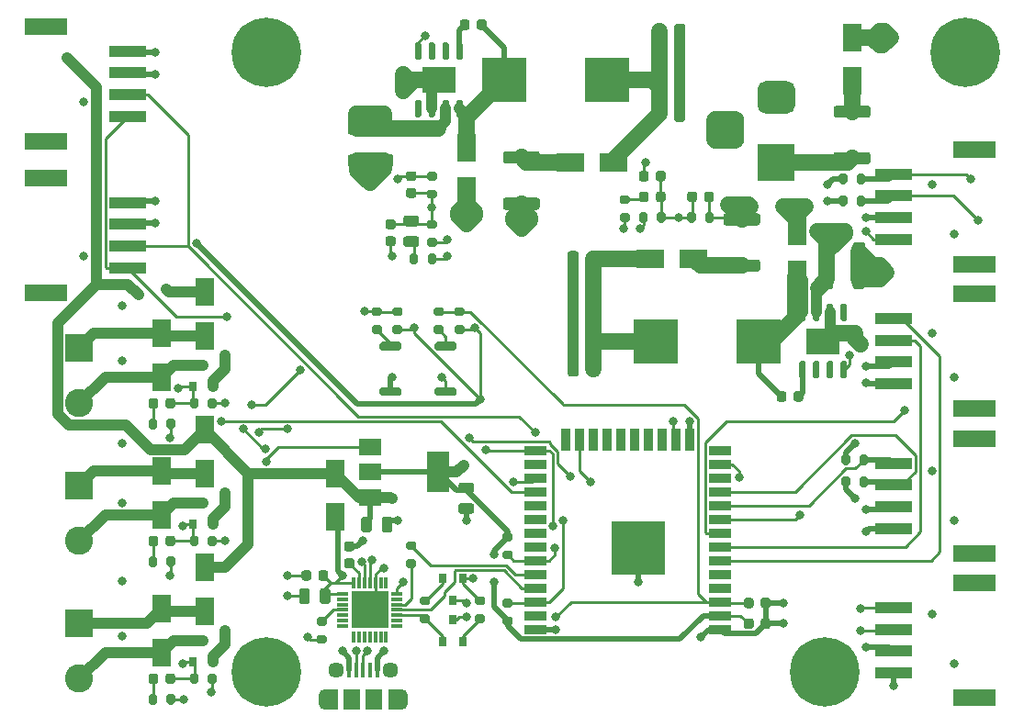
<source format=gbr>
%TF.GenerationSoftware,KiCad,Pcbnew,5.1.10-88a1d61d58~88~ubuntu20.04.1*%
%TF.CreationDate,2021-07-12T21:51:17+02:00*%
%TF.ProjectId,Tang_v1-1,54616e67-5f76-4312-9d31-2e6b69636164,rev?*%
%TF.SameCoordinates,Original*%
%TF.FileFunction,Copper,L1,Top*%
%TF.FilePolarity,Positive*%
%FSLAX46Y46*%
G04 Gerber Fmt 4.6, Leading zero omitted, Abs format (unit mm)*
G04 Created by KiCad (PCBNEW 5.1.10-88a1d61d58~88~ubuntu20.04.1) date 2021-07-12 21:51:17*
%MOMM*%
%LPD*%
G01*
G04 APERTURE LIST*
%TA.AperFunction,SMDPad,CuDef*%
%ADD10R,1.800000X2.500000*%
%TD*%
%TA.AperFunction,SMDPad,CuDef*%
%ADD11R,2.500000X1.800000*%
%TD*%
%TA.AperFunction,ComponentPad*%
%ADD12C,6.400000*%
%TD*%
%TA.AperFunction,ComponentPad*%
%ADD13C,0.800000*%
%TD*%
%TA.AperFunction,ComponentPad*%
%ADD14R,3.500000X3.500000*%
%TD*%
%TA.AperFunction,SMDPad,CuDef*%
%ADD15R,1.500000X1.900000*%
%TD*%
%TA.AperFunction,ComponentPad*%
%ADD16C,1.450000*%
%TD*%
%TA.AperFunction,SMDPad,CuDef*%
%ADD17R,0.400000X1.350000*%
%TD*%
%TA.AperFunction,ComponentPad*%
%ADD18O,1.200000X1.900000*%
%TD*%
%TA.AperFunction,SMDPad,CuDef*%
%ADD19R,1.200000X1.900000*%
%TD*%
%TA.AperFunction,SMDPad,CuDef*%
%ADD20R,4.000000X1.500000*%
%TD*%
%TA.AperFunction,SMDPad,CuDef*%
%ADD21R,3.400000X1.000000*%
%TD*%
%TA.AperFunction,ComponentPad*%
%ADD22R,2.600000X2.600000*%
%TD*%
%TA.AperFunction,ComponentPad*%
%ADD23C,2.600000*%
%TD*%
%TA.AperFunction,SMDPad,CuDef*%
%ADD24R,4.100000X4.100000*%
%TD*%
%TA.AperFunction,SMDPad,CuDef*%
%ADD25R,0.800000X0.900000*%
%TD*%
%TA.AperFunction,SMDPad,CuDef*%
%ADD26R,3.100000X2.410000*%
%TD*%
%TA.AperFunction,SMDPad,CuDef*%
%ADD27R,2.000000X0.900000*%
%TD*%
%TA.AperFunction,SMDPad,CuDef*%
%ADD28R,0.900000X2.000000*%
%TD*%
%TA.AperFunction,SMDPad,CuDef*%
%ADD29R,5.000000X5.000000*%
%TD*%
%TA.AperFunction,SMDPad,CuDef*%
%ADD30R,2.000000X3.800000*%
%TD*%
%TA.AperFunction,SMDPad,CuDef*%
%ADD31R,2.000000X1.500000*%
%TD*%
%TA.AperFunction,SMDPad,CuDef*%
%ADD32R,1.000000X0.300000*%
%TD*%
%TA.AperFunction,SMDPad,CuDef*%
%ADD33R,0.300000X1.000000*%
%TD*%
%TA.AperFunction,SMDPad,CuDef*%
%ADD34R,3.400000X3.400000*%
%TD*%
%TA.AperFunction,ViaPad*%
%ADD35C,0.800000*%
%TD*%
%TA.AperFunction,Conductor*%
%ADD36C,0.250000*%
%TD*%
%TA.AperFunction,Conductor*%
%ADD37C,0.500000*%
%TD*%
%TA.AperFunction,Conductor*%
%ADD38C,1.000000*%
%TD*%
%TA.AperFunction,Conductor*%
%ADD39C,1.500000*%
%TD*%
G04 APERTURE END LIST*
%TO.P,C6,2*%
%TO.N,Net-(C6-Pad2)*%
%TA.AperFunction,SMDPad,CuDef*%
G36*
G01*
X161600000Y-101350000D02*
X161600000Y-101850000D01*
G75*
G02*
X161375000Y-102075000I-225000J0D01*
G01*
X160925000Y-102075000D01*
G75*
G02*
X160700000Y-101850000I0J225000D01*
G01*
X160700000Y-101350000D01*
G75*
G02*
X160925000Y-101125000I225000J0D01*
G01*
X161375000Y-101125000D01*
G75*
G02*
X161600000Y-101350000I0J-225000D01*
G01*
G37*
%TD.AperFunction*%
%TO.P,C6,1*%
%TO.N,Net-(C6-Pad1)*%
%TA.AperFunction,SMDPad,CuDef*%
G36*
G01*
X163150000Y-101350000D02*
X163150000Y-101850000D01*
G75*
G02*
X162925000Y-102075000I-225000J0D01*
G01*
X162475000Y-102075000D01*
G75*
G02*
X162250000Y-101850000I0J225000D01*
G01*
X162250000Y-101350000D01*
G75*
G02*
X162475000Y-101125000I225000J0D01*
G01*
X162925000Y-101125000D01*
G75*
G02*
X163150000Y-101350000I0J-225000D01*
G01*
G37*
%TD.AperFunction*%
%TD*%
%TO.P,C7,2*%
%TO.N,Net-(C7-Pad2)*%
%TA.AperFunction,SMDPad,CuDef*%
G36*
G01*
X191460000Y-136140000D02*
X191460000Y-135640000D01*
G75*
G02*
X191685000Y-135415000I225000J0D01*
G01*
X192135000Y-135415000D01*
G75*
G02*
X192360000Y-135640000I0J-225000D01*
G01*
X192360000Y-136140000D01*
G75*
G02*
X192135000Y-136365000I-225000J0D01*
G01*
X191685000Y-136365000D01*
G75*
G02*
X191460000Y-136140000I0J225000D01*
G01*
G37*
%TD.AperFunction*%
%TO.P,C7,1*%
%TO.N,Net-(C7-Pad1)*%
%TA.AperFunction,SMDPad,CuDef*%
G36*
G01*
X189910000Y-136140000D02*
X189910000Y-135640000D01*
G75*
G02*
X190135000Y-135415000I225000J0D01*
G01*
X190585000Y-135415000D01*
G75*
G02*
X190810000Y-135640000I0J-225000D01*
G01*
X190810000Y-136140000D01*
G75*
G02*
X190585000Y-136365000I-225000J0D01*
G01*
X190135000Y-136365000D01*
G75*
G02*
X189910000Y-136140000I0J225000D01*
G01*
G37*
%TD.AperFunction*%
%TD*%
%TO.P,C8,1*%
%TO.N,Net-(C12-Pad2)*%
%TA.AperFunction,SMDPad,CuDef*%
G36*
G01*
X156460000Y-117570000D02*
X155960000Y-117570000D01*
G75*
G02*
X155735000Y-117345000I0J225000D01*
G01*
X155735000Y-116895000D01*
G75*
G02*
X155960000Y-116670000I225000J0D01*
G01*
X156460000Y-116670000D01*
G75*
G02*
X156685000Y-116895000I0J-225000D01*
G01*
X156685000Y-117345000D01*
G75*
G02*
X156460000Y-117570000I-225000J0D01*
G01*
G37*
%TD.AperFunction*%
%TO.P,C8,2*%
%TO.N,+12V*%
%TA.AperFunction,SMDPad,CuDef*%
G36*
G01*
X156460000Y-116020000D02*
X155960000Y-116020000D01*
G75*
G02*
X155735000Y-115795000I0J225000D01*
G01*
X155735000Y-115345000D01*
G75*
G02*
X155960000Y-115120000I225000J0D01*
G01*
X156460000Y-115120000D01*
G75*
G02*
X156685000Y-115345000I0J-225000D01*
G01*
X156685000Y-115795000D01*
G75*
G02*
X156460000Y-116020000I-225000J0D01*
G01*
G37*
%TD.AperFunction*%
%TD*%
%TO.P,C9,2*%
%TO.N,+5V*%
%TA.AperFunction,SMDPad,CuDef*%
G36*
G01*
X183205000Y-117725000D02*
X183205000Y-117225000D01*
G75*
G02*
X183430000Y-117000000I225000J0D01*
G01*
X183880000Y-117000000D01*
G75*
G02*
X184105000Y-117225000I0J-225000D01*
G01*
X184105000Y-117725000D01*
G75*
G02*
X183880000Y-117950000I-225000J0D01*
G01*
X183430000Y-117950000D01*
G75*
G02*
X183205000Y-117725000I0J225000D01*
G01*
G37*
%TD.AperFunction*%
%TO.P,C9,1*%
%TO.N,Net-(C13-Pad2)*%
%TA.AperFunction,SMDPad,CuDef*%
G36*
G01*
X181655000Y-117725000D02*
X181655000Y-117225000D01*
G75*
G02*
X181880000Y-117000000I225000J0D01*
G01*
X182330000Y-117000000D01*
G75*
G02*
X182555000Y-117225000I0J-225000D01*
G01*
X182555000Y-117725000D01*
G75*
G02*
X182330000Y-117950000I-225000J0D01*
G01*
X181880000Y-117950000D01*
G75*
G02*
X181655000Y-117725000I0J225000D01*
G01*
G37*
%TD.AperFunction*%
%TD*%
%TO.P,C10,2*%
%TO.N,Net-(C10-Pad2)*%
%TA.AperFunction,SMDPad,CuDef*%
G36*
G01*
X179570000Y-101760000D02*
X179570000Y-102710000D01*
G75*
G02*
X179320000Y-102960000I-250000J0D01*
G01*
X178820000Y-102960000D01*
G75*
G02*
X178570000Y-102710000I0J250000D01*
G01*
X178570000Y-101760000D01*
G75*
G02*
X178820000Y-101510000I250000J0D01*
G01*
X179320000Y-101510000D01*
G75*
G02*
X179570000Y-101760000I0J-250000D01*
G01*
G37*
%TD.AperFunction*%
%TO.P,C10,1*%
%TO.N,GND*%
%TA.AperFunction,SMDPad,CuDef*%
G36*
G01*
X181470000Y-101760000D02*
X181470000Y-102710000D01*
G75*
G02*
X181220000Y-102960000I-250000J0D01*
G01*
X180720000Y-102960000D01*
G75*
G02*
X180470000Y-102710000I0J250000D01*
G01*
X180470000Y-101760000D01*
G75*
G02*
X180720000Y-101510000I250000J0D01*
G01*
X181220000Y-101510000D01*
G75*
G02*
X181470000Y-101760000I0J-250000D01*
G01*
G37*
%TD.AperFunction*%
%TD*%
%TO.P,C11,2*%
%TO.N,Net-(C11-Pad2)*%
%TA.AperFunction,SMDPad,CuDef*%
G36*
G01*
X172535000Y-123665000D02*
X172535000Y-122715000D01*
G75*
G02*
X172785000Y-122465000I250000J0D01*
G01*
X173285000Y-122465000D01*
G75*
G02*
X173535000Y-122715000I0J-250000D01*
G01*
X173535000Y-123665000D01*
G75*
G02*
X173285000Y-123915000I-250000J0D01*
G01*
X172785000Y-123915000D01*
G75*
G02*
X172535000Y-123665000I0J250000D01*
G01*
G37*
%TD.AperFunction*%
%TO.P,C11,1*%
%TO.N,GND*%
%TA.AperFunction,SMDPad,CuDef*%
G36*
G01*
X170635000Y-123665000D02*
X170635000Y-122715000D01*
G75*
G02*
X170885000Y-122465000I250000J0D01*
G01*
X171385000Y-122465000D01*
G75*
G02*
X171635000Y-122715000I0J-250000D01*
G01*
X171635000Y-123665000D01*
G75*
G02*
X171385000Y-123915000I-250000J0D01*
G01*
X170885000Y-123915000D01*
G75*
G02*
X170635000Y-123665000I0J250000D01*
G01*
G37*
%TD.AperFunction*%
%TD*%
%TO.P,C13,1*%
%TO.N,Net-(C13-Pad1)*%
%TA.AperFunction,SMDPad,CuDef*%
G36*
G01*
X177210000Y-117725000D02*
X177210000Y-117225000D01*
G75*
G02*
X177435000Y-117000000I225000J0D01*
G01*
X177885000Y-117000000D01*
G75*
G02*
X178110000Y-117225000I0J-225000D01*
G01*
X178110000Y-117725000D01*
G75*
G02*
X177885000Y-117950000I-225000J0D01*
G01*
X177435000Y-117950000D01*
G75*
G02*
X177210000Y-117725000I0J225000D01*
G01*
G37*
%TD.AperFunction*%
%TO.P,C13,2*%
%TO.N,Net-(C13-Pad2)*%
%TA.AperFunction,SMDPad,CuDef*%
G36*
G01*
X178760000Y-117725000D02*
X178760000Y-117225000D01*
G75*
G02*
X178985000Y-117000000I225000J0D01*
G01*
X179435000Y-117000000D01*
G75*
G02*
X179660000Y-117225000I0J-225000D01*
G01*
X179660000Y-117725000D01*
G75*
G02*
X179435000Y-117950000I-225000J0D01*
G01*
X178985000Y-117950000D01*
G75*
G02*
X178760000Y-117725000I0J225000D01*
G01*
G37*
%TD.AperFunction*%
%TD*%
%TO.P,C14,1*%
%TO.N,GND*%
%TA.AperFunction,SMDPad,CuDef*%
G36*
G01*
X181475000Y-104300000D02*
X181475000Y-105250000D01*
G75*
G02*
X181225000Y-105500000I-250000J0D01*
G01*
X180725000Y-105500000D01*
G75*
G02*
X180475000Y-105250000I0J250000D01*
G01*
X180475000Y-104300000D01*
G75*
G02*
X180725000Y-104050000I250000J0D01*
G01*
X181225000Y-104050000D01*
G75*
G02*
X181475000Y-104300000I0J-250000D01*
G01*
G37*
%TD.AperFunction*%
%TO.P,C14,2*%
%TO.N,Net-(C10-Pad2)*%
%TA.AperFunction,SMDPad,CuDef*%
G36*
G01*
X179575000Y-104300000D02*
X179575000Y-105250000D01*
G75*
G02*
X179325000Y-105500000I-250000J0D01*
G01*
X178825000Y-105500000D01*
G75*
G02*
X178575000Y-105250000I0J250000D01*
G01*
X178575000Y-104300000D01*
G75*
G02*
X178825000Y-104050000I250000J0D01*
G01*
X179325000Y-104050000D01*
G75*
G02*
X179575000Y-104300000I0J-250000D01*
G01*
G37*
%TD.AperFunction*%
%TD*%
%TO.P,C15,1*%
%TO.N,GND*%
%TA.AperFunction,SMDPad,CuDef*%
G36*
G01*
X170635000Y-133825000D02*
X170635000Y-132875000D01*
G75*
G02*
X170885000Y-132625000I250000J0D01*
G01*
X171385000Y-132625000D01*
G75*
G02*
X171635000Y-132875000I0J-250000D01*
G01*
X171635000Y-133825000D01*
G75*
G02*
X171385000Y-134075000I-250000J0D01*
G01*
X170885000Y-134075000D01*
G75*
G02*
X170635000Y-133825000I0J250000D01*
G01*
G37*
%TD.AperFunction*%
%TO.P,C15,2*%
%TO.N,Net-(C11-Pad2)*%
%TA.AperFunction,SMDPad,CuDef*%
G36*
G01*
X172535000Y-133825000D02*
X172535000Y-132875000D01*
G75*
G02*
X172785000Y-132625000I250000J0D01*
G01*
X173285000Y-132625000D01*
G75*
G02*
X173535000Y-132875000I0J-250000D01*
G01*
X173535000Y-133825000D01*
G75*
G02*
X173285000Y-134075000I-250000J0D01*
G01*
X172785000Y-134075000D01*
G75*
G02*
X172535000Y-133825000I0J250000D01*
G01*
G37*
%TD.AperFunction*%
%TD*%
%TO.P,C16,2*%
%TO.N,Net-(C12-Pad2)*%
%TA.AperFunction,SMDPad,CuDef*%
G36*
G01*
X154555000Y-120465000D02*
X154055000Y-120465000D01*
G75*
G02*
X153830000Y-120240000I0J225000D01*
G01*
X153830000Y-119790000D01*
G75*
G02*
X154055000Y-119565000I225000J0D01*
G01*
X154555000Y-119565000D01*
G75*
G02*
X154780000Y-119790000I0J-225000D01*
G01*
X154780000Y-120240000D01*
G75*
G02*
X154555000Y-120465000I-225000J0D01*
G01*
G37*
%TD.AperFunction*%
%TO.P,C16,1*%
%TO.N,GND*%
%TA.AperFunction,SMDPad,CuDef*%
G36*
G01*
X154555000Y-122015000D02*
X154055000Y-122015000D01*
G75*
G02*
X153830000Y-121790000I0J225000D01*
G01*
X153830000Y-121340000D01*
G75*
G02*
X154055000Y-121115000I225000J0D01*
G01*
X154555000Y-121115000D01*
G75*
G02*
X154780000Y-121340000I0J-225000D01*
G01*
X154780000Y-121790000D01*
G75*
G02*
X154555000Y-122015000I-225000J0D01*
G01*
G37*
%TD.AperFunction*%
%TD*%
%TO.P,C17,2*%
%TO.N,Net-(C13-Pad2)*%
%TA.AperFunction,SMDPad,CuDef*%
G36*
G01*
X178760000Y-115820000D02*
X178760000Y-115320000D01*
G75*
G02*
X178985000Y-115095000I225000J0D01*
G01*
X179435000Y-115095000D01*
G75*
G02*
X179660000Y-115320000I0J-225000D01*
G01*
X179660000Y-115820000D01*
G75*
G02*
X179435000Y-116045000I-225000J0D01*
G01*
X178985000Y-116045000D01*
G75*
G02*
X178760000Y-115820000I0J225000D01*
G01*
G37*
%TD.AperFunction*%
%TO.P,C17,1*%
%TO.N,GND*%
%TA.AperFunction,SMDPad,CuDef*%
G36*
G01*
X177210000Y-115820000D02*
X177210000Y-115320000D01*
G75*
G02*
X177435000Y-115095000I225000J0D01*
G01*
X177885000Y-115095000D01*
G75*
G02*
X178110000Y-115320000I0J-225000D01*
G01*
X178110000Y-115820000D01*
G75*
G02*
X177885000Y-116045000I-225000J0D01*
G01*
X177435000Y-116045000D01*
G75*
G02*
X177210000Y-115820000I0J225000D01*
G01*
G37*
%TD.AperFunction*%
%TD*%
%TO.P,C18,2*%
%TO.N,Net-(C10-Pad2)*%
%TA.AperFunction,SMDPad,CuDef*%
G36*
G01*
X179570000Y-106840000D02*
X179570000Y-107790000D01*
G75*
G02*
X179320000Y-108040000I-250000J0D01*
G01*
X178820000Y-108040000D01*
G75*
G02*
X178570000Y-107790000I0J250000D01*
G01*
X178570000Y-106840000D01*
G75*
G02*
X178820000Y-106590000I250000J0D01*
G01*
X179320000Y-106590000D01*
G75*
G02*
X179570000Y-106840000I0J-250000D01*
G01*
G37*
%TD.AperFunction*%
%TO.P,C18,1*%
%TO.N,GND*%
%TA.AperFunction,SMDPad,CuDef*%
G36*
G01*
X181470000Y-106840000D02*
X181470000Y-107790000D01*
G75*
G02*
X181220000Y-108040000I-250000J0D01*
G01*
X180720000Y-108040000D01*
G75*
G02*
X180470000Y-107790000I0J250000D01*
G01*
X180470000Y-106840000D01*
G75*
G02*
X180720000Y-106590000I250000J0D01*
G01*
X181220000Y-106590000D01*
G75*
G02*
X181470000Y-106840000I0J-250000D01*
G01*
G37*
%TD.AperFunction*%
%TD*%
%TO.P,C19,2*%
%TO.N,Net-(C11-Pad2)*%
%TA.AperFunction,SMDPad,CuDef*%
G36*
G01*
X172535000Y-128745000D02*
X172535000Y-127795000D01*
G75*
G02*
X172785000Y-127545000I250000J0D01*
G01*
X173285000Y-127545000D01*
G75*
G02*
X173535000Y-127795000I0J-250000D01*
G01*
X173535000Y-128745000D01*
G75*
G02*
X173285000Y-128995000I-250000J0D01*
G01*
X172785000Y-128995000D01*
G75*
G02*
X172535000Y-128745000I0J250000D01*
G01*
G37*
%TD.AperFunction*%
%TO.P,C19,1*%
%TO.N,GND*%
%TA.AperFunction,SMDPad,CuDef*%
G36*
G01*
X170635000Y-128745000D02*
X170635000Y-127795000D01*
G75*
G02*
X170885000Y-127545000I250000J0D01*
G01*
X171385000Y-127545000D01*
G75*
G02*
X171635000Y-127795000I0J-250000D01*
G01*
X171635000Y-128745000D01*
G75*
G02*
X171385000Y-128995000I-250000J0D01*
G01*
X170885000Y-128995000D01*
G75*
G02*
X170635000Y-128745000I0J250000D01*
G01*
G37*
%TD.AperFunction*%
%TD*%
%TO.P,C20,1*%
%TO.N,GND*%
%TA.AperFunction,SMDPad,CuDef*%
G36*
G01*
X181470000Y-109380000D02*
X181470000Y-110330000D01*
G75*
G02*
X181220000Y-110580000I-250000J0D01*
G01*
X180720000Y-110580000D01*
G75*
G02*
X180470000Y-110330000I0J250000D01*
G01*
X180470000Y-109380000D01*
G75*
G02*
X180720000Y-109130000I250000J0D01*
G01*
X181220000Y-109130000D01*
G75*
G02*
X181470000Y-109380000I0J-250000D01*
G01*
G37*
%TD.AperFunction*%
%TO.P,C20,2*%
%TO.N,Net-(C10-Pad2)*%
%TA.AperFunction,SMDPad,CuDef*%
G36*
G01*
X179570000Y-109380000D02*
X179570000Y-110330000D01*
G75*
G02*
X179320000Y-110580000I-250000J0D01*
G01*
X178820000Y-110580000D01*
G75*
G02*
X178570000Y-110330000I0J250000D01*
G01*
X178570000Y-109380000D01*
G75*
G02*
X178820000Y-109130000I250000J0D01*
G01*
X179320000Y-109130000D01*
G75*
G02*
X179570000Y-109380000I0J-250000D01*
G01*
G37*
%TD.AperFunction*%
%TD*%
%TO.P,C21,1*%
%TO.N,GND*%
%TA.AperFunction,SMDPad,CuDef*%
G36*
G01*
X170635000Y-126205000D02*
X170635000Y-125255000D01*
G75*
G02*
X170885000Y-125005000I250000J0D01*
G01*
X171385000Y-125005000D01*
G75*
G02*
X171635000Y-125255000I0J-250000D01*
G01*
X171635000Y-126205000D01*
G75*
G02*
X171385000Y-126455000I-250000J0D01*
G01*
X170885000Y-126455000D01*
G75*
G02*
X170635000Y-126205000I0J250000D01*
G01*
G37*
%TD.AperFunction*%
%TO.P,C21,2*%
%TO.N,Net-(C11-Pad2)*%
%TA.AperFunction,SMDPad,CuDef*%
G36*
G01*
X172535000Y-126205000D02*
X172535000Y-125255000D01*
G75*
G02*
X172785000Y-125005000I250000J0D01*
G01*
X173285000Y-125005000D01*
G75*
G02*
X173535000Y-125255000I0J-250000D01*
G01*
X173535000Y-126205000D01*
G75*
G02*
X173285000Y-126455000I-250000J0D01*
G01*
X172785000Y-126455000D01*
G75*
G02*
X172535000Y-126205000I0J250000D01*
G01*
G37*
%TD.AperFunction*%
%TD*%
%TO.P,C22,1*%
%TO.N,GND*%
%TA.AperFunction,SMDPad,CuDef*%
G36*
G01*
X170635000Y-131285000D02*
X170635000Y-130335000D01*
G75*
G02*
X170885000Y-130085000I250000J0D01*
G01*
X171385000Y-130085000D01*
G75*
G02*
X171635000Y-130335000I0J-250000D01*
G01*
X171635000Y-131285000D01*
G75*
G02*
X171385000Y-131535000I-250000J0D01*
G01*
X170885000Y-131535000D01*
G75*
G02*
X170635000Y-131285000I0J250000D01*
G01*
G37*
%TD.AperFunction*%
%TO.P,C22,2*%
%TO.N,Net-(C11-Pad2)*%
%TA.AperFunction,SMDPad,CuDef*%
G36*
G01*
X172535000Y-131285000D02*
X172535000Y-130335000D01*
G75*
G02*
X172785000Y-130085000I250000J0D01*
G01*
X173285000Y-130085000D01*
G75*
G02*
X173535000Y-130335000I0J-250000D01*
G01*
X173535000Y-131285000D01*
G75*
G02*
X173285000Y-131535000I-250000J0D01*
G01*
X172785000Y-131535000D01*
G75*
G02*
X172535000Y-131285000I0J250000D01*
G01*
G37*
%TD.AperFunction*%
%TD*%
%TO.P,C24,2*%
%TO.N,GND*%
%TA.AperFunction,SMDPad,CuDef*%
G36*
G01*
X188425000Y-155190000D02*
X188425000Y-154690000D01*
G75*
G02*
X188650000Y-154465000I225000J0D01*
G01*
X189100000Y-154465000D01*
G75*
G02*
X189325000Y-154690000I0J-225000D01*
G01*
X189325000Y-155190000D01*
G75*
G02*
X189100000Y-155415000I-225000J0D01*
G01*
X188650000Y-155415000D01*
G75*
G02*
X188425000Y-155190000I0J225000D01*
G01*
G37*
%TD.AperFunction*%
%TO.P,C24,1*%
%TO.N,EN*%
%TA.AperFunction,SMDPad,CuDef*%
G36*
G01*
X186875000Y-155190000D02*
X186875000Y-154690000D01*
G75*
G02*
X187100000Y-154465000I225000J0D01*
G01*
X187550000Y-154465000D01*
G75*
G02*
X187775000Y-154690000I0J-225000D01*
G01*
X187775000Y-155190000D01*
G75*
G02*
X187550000Y-155415000I-225000J0D01*
G01*
X187100000Y-155415000D01*
G75*
G02*
X186875000Y-155190000I0J225000D01*
G01*
G37*
%TD.AperFunction*%
%TD*%
%TO.P,C25,2*%
%TO.N,GND*%
%TA.AperFunction,SMDPad,CuDef*%
G36*
G01*
X146995000Y-152150000D02*
X146995000Y-152650000D01*
G75*
G02*
X146770000Y-152875000I-225000J0D01*
G01*
X146320000Y-152875000D01*
G75*
G02*
X146095000Y-152650000I0J225000D01*
G01*
X146095000Y-152150000D01*
G75*
G02*
X146320000Y-151925000I225000J0D01*
G01*
X146770000Y-151925000D01*
G75*
G02*
X146995000Y-152150000I0J-225000D01*
G01*
G37*
%TD.AperFunction*%
%TO.P,C25,1*%
%TO.N,5V_USB*%
%TA.AperFunction,SMDPad,CuDef*%
G36*
G01*
X148545000Y-152150000D02*
X148545000Y-152650000D01*
G75*
G02*
X148320000Y-152875000I-225000J0D01*
G01*
X147870000Y-152875000D01*
G75*
G02*
X147645000Y-152650000I0J225000D01*
G01*
X147645000Y-152150000D01*
G75*
G02*
X147870000Y-151925000I225000J0D01*
G01*
X148320000Y-151925000D01*
G75*
G02*
X148545000Y-152150000I0J-225000D01*
G01*
G37*
%TD.AperFunction*%
%TD*%
%TO.P,C27,1*%
%TO.N,GND*%
%TA.AperFunction,SMDPad,CuDef*%
G36*
G01*
X150245000Y-149270000D02*
X150745000Y-149270000D01*
G75*
G02*
X150970000Y-149495000I0J-225000D01*
G01*
X150970000Y-149945000D01*
G75*
G02*
X150745000Y-150170000I-225000J0D01*
G01*
X150245000Y-150170000D01*
G75*
G02*
X150020000Y-149945000I0J225000D01*
G01*
X150020000Y-149495000D01*
G75*
G02*
X150245000Y-149270000I225000J0D01*
G01*
G37*
%TD.AperFunction*%
%TO.P,C27,2*%
%TO.N,Net-(C27-Pad2)*%
%TA.AperFunction,SMDPad,CuDef*%
G36*
G01*
X150245000Y-150820000D02*
X150745000Y-150820000D01*
G75*
G02*
X150970000Y-151045000I0J-225000D01*
G01*
X150970000Y-151495000D01*
G75*
G02*
X150745000Y-151720000I-225000J0D01*
G01*
X150245000Y-151720000D01*
G75*
G02*
X150020000Y-151495000I0J225000D01*
G01*
X150020000Y-151045000D01*
G75*
G02*
X150245000Y-150820000I225000J0D01*
G01*
G37*
%TD.AperFunction*%
%TD*%
D10*
%TO.P,D1,1*%
%TO.N,+24V*%
X196850000Y-102775000D03*
%TO.P,D1,2*%
%TO.N,Net-(D1-Pad2)*%
X196850000Y-106775000D03*
%TD*%
%TO.P,D2,1*%
%TO.N,Net-(C6-Pad1)*%
X161290000Y-112935000D03*
%TO.P,D2,2*%
%TO.N,GND*%
X161290000Y-116935000D03*
%TD*%
%TO.P,D3,2*%
%TO.N,GND*%
X191770000Y-120650000D03*
%TO.P,D3,1*%
%TO.N,Net-(C7-Pad1)*%
X191770000Y-124650000D03*
%TD*%
D11*
%TO.P,D4,2*%
%TO.N,Net-(C10-Pad2)*%
X174879000Y-114300000D03*
%TO.P,D4,1*%
%TO.N,Net-(D4-Pad1)*%
X170879000Y-114300000D03*
%TD*%
%TO.P,D5,1*%
%TO.N,Net-(D5-Pad1)*%
X182245000Y-123190000D03*
%TO.P,D5,2*%
%TO.N,Net-(C11-Pad2)*%
X178245000Y-123190000D03*
%TD*%
D10*
%TO.P,D6,1*%
%TO.N,+5V*%
X149225000Y-142970000D03*
%TO.P,D6,2*%
%TO.N,5V_USB*%
X149225000Y-146970000D03*
%TD*%
%TO.P,D7,2*%
%TO.N,+5V*%
X137160000Y-138970000D03*
%TO.P,D7,1*%
%TO.N,LOAD1_POS*%
X137160000Y-142970000D03*
%TD*%
%TO.P,D8,2*%
%TO.N,+5V*%
X137160000Y-151670000D03*
%TO.P,D8,1*%
%TO.N,LOAD2_POS*%
X137160000Y-155670000D03*
%TD*%
%TO.P,D9,1*%
%TO.N,LOAD3_POS*%
X137160000Y-130270000D03*
%TO.P,D9,2*%
%TO.N,+5V*%
X137160000Y-126270000D03*
%TD*%
%TO.P,D10,1*%
%TO.N,Net-(D10-Pad1)*%
%TA.AperFunction,SMDPad,CuDef*%
G36*
G01*
X131998000Y-149481250D02*
X131998000Y-148968750D01*
G75*
G02*
X132216750Y-148750000I218750J0D01*
G01*
X132654250Y-148750000D01*
G75*
G02*
X132873000Y-148968750I0J-218750D01*
G01*
X132873000Y-149481250D01*
G75*
G02*
X132654250Y-149700000I-218750J0D01*
G01*
X132216750Y-149700000D01*
G75*
G02*
X131998000Y-149481250I0J218750D01*
G01*
G37*
%TD.AperFunction*%
%TO.P,D10,2*%
%TO.N,TER1*%
%TA.AperFunction,SMDPad,CuDef*%
G36*
G01*
X133573000Y-149481250D02*
X133573000Y-148968750D01*
G75*
G02*
X133791750Y-148750000I218750J0D01*
G01*
X134229250Y-148750000D01*
G75*
G02*
X134448000Y-148968750I0J-218750D01*
G01*
X134448000Y-149481250D01*
G75*
G02*
X134229250Y-149700000I-218750J0D01*
G01*
X133791750Y-149700000D01*
G75*
G02*
X133573000Y-149481250I0J218750D01*
G01*
G37*
%TD.AperFunction*%
%TD*%
%TO.P,D11,2*%
%TO.N,TER2*%
%TA.AperFunction,SMDPad,CuDef*%
G36*
G01*
X133573000Y-162181250D02*
X133573000Y-161668750D01*
G75*
G02*
X133791750Y-161450000I218750J0D01*
G01*
X134229250Y-161450000D01*
G75*
G02*
X134448000Y-161668750I0J-218750D01*
G01*
X134448000Y-162181250D01*
G75*
G02*
X134229250Y-162400000I-218750J0D01*
G01*
X133791750Y-162400000D01*
G75*
G02*
X133573000Y-162181250I0J218750D01*
G01*
G37*
%TD.AperFunction*%
%TO.P,D11,1*%
%TO.N,Net-(D11-Pad1)*%
%TA.AperFunction,SMDPad,CuDef*%
G36*
G01*
X131998000Y-162181250D02*
X131998000Y-161668750D01*
G75*
G02*
X132216750Y-161450000I218750J0D01*
G01*
X132654250Y-161450000D01*
G75*
G02*
X132873000Y-161668750I0J-218750D01*
G01*
X132873000Y-162181250D01*
G75*
G02*
X132654250Y-162400000I-218750J0D01*
G01*
X132216750Y-162400000D01*
G75*
G02*
X131998000Y-162181250I0J218750D01*
G01*
G37*
%TD.AperFunction*%
%TD*%
%TO.P,D12,1*%
%TO.N,Net-(D12-Pad1)*%
%TA.AperFunction,SMDPad,CuDef*%
G36*
G01*
X131998000Y-136781250D02*
X131998000Y-136268750D01*
G75*
G02*
X132216750Y-136050000I218750J0D01*
G01*
X132654250Y-136050000D01*
G75*
G02*
X132873000Y-136268750I0J-218750D01*
G01*
X132873000Y-136781250D01*
G75*
G02*
X132654250Y-137000000I-218750J0D01*
G01*
X132216750Y-137000000D01*
G75*
G02*
X131998000Y-136781250I0J218750D01*
G01*
G37*
%TD.AperFunction*%
%TO.P,D12,2*%
%TO.N,TER3*%
%TA.AperFunction,SMDPad,CuDef*%
G36*
G01*
X133573000Y-136781250D02*
X133573000Y-136268750D01*
G75*
G02*
X133791750Y-136050000I218750J0D01*
G01*
X134229250Y-136050000D01*
G75*
G02*
X134448000Y-136268750I0J-218750D01*
G01*
X134448000Y-136781250D01*
G75*
G02*
X134229250Y-137000000I-218750J0D01*
G01*
X133791750Y-137000000D01*
G75*
G02*
X133573000Y-136781250I0J218750D01*
G01*
G37*
%TD.AperFunction*%
%TD*%
%TO.P,D13,1*%
%TO.N,LOAD1_POS*%
X133223000Y-142780000D03*
%TO.P,D13,2*%
%TO.N,LOAD1_NEG*%
X133223000Y-146780000D03*
%TD*%
%TO.P,D14,2*%
%TO.N,LOAD2_NEG*%
X133223000Y-159480000D03*
%TO.P,D14,1*%
%TO.N,LOAD2_POS*%
X133223000Y-155480000D03*
%TD*%
%TO.P,D15,2*%
%TO.N,LOAD3_NEG*%
X133223000Y-134080000D03*
%TO.P,D15,1*%
%TO.N,LOAD3_POS*%
X133223000Y-130080000D03*
%TD*%
%TO.P,F1,1*%
%TO.N,Net-(D1-Pad2)*%
%TA.AperFunction,SMDPad,CuDef*%
G36*
G01*
X195399999Y-109060000D02*
X198300001Y-109060000D01*
G75*
G02*
X198550000Y-109309999I0J-249999D01*
G01*
X198550000Y-109935001D01*
G75*
G02*
X198300001Y-110185000I-249999J0D01*
G01*
X195399999Y-110185000D01*
G75*
G02*
X195150000Y-109935001I0J249999D01*
G01*
X195150000Y-109309999D01*
G75*
G02*
X195399999Y-109060000I249999J0D01*
G01*
G37*
%TD.AperFunction*%
%TO.P,F1,2*%
%TO.N,Net-(F1-Pad2)*%
%TA.AperFunction,SMDPad,CuDef*%
G36*
G01*
X195399999Y-113335000D02*
X198300001Y-113335000D01*
G75*
G02*
X198550000Y-113584999I0J-249999D01*
G01*
X198550000Y-114210001D01*
G75*
G02*
X198300001Y-114460000I-249999J0D01*
G01*
X195399999Y-114460000D01*
G75*
G02*
X195150000Y-114210001I0J249999D01*
G01*
X195150000Y-113584999D01*
G75*
G02*
X195399999Y-113335000I249999J0D01*
G01*
G37*
%TD.AperFunction*%
%TD*%
%TO.P,F2,1*%
%TO.N,+12V*%
%TA.AperFunction,SMDPad,CuDef*%
G36*
G01*
X167820001Y-118672500D02*
X164919999Y-118672500D01*
G75*
G02*
X164670000Y-118422501I0J249999D01*
G01*
X164670000Y-117797499D01*
G75*
G02*
X164919999Y-117547500I249999J0D01*
G01*
X167820001Y-117547500D01*
G75*
G02*
X168070000Y-117797499I0J-249999D01*
G01*
X168070000Y-118422501D01*
G75*
G02*
X167820001Y-118672500I-249999J0D01*
G01*
G37*
%TD.AperFunction*%
%TO.P,F2,2*%
%TO.N,Net-(D4-Pad1)*%
%TA.AperFunction,SMDPad,CuDef*%
G36*
G01*
X167820001Y-114397500D02*
X164919999Y-114397500D01*
G75*
G02*
X164670000Y-114147501I0J249999D01*
G01*
X164670000Y-113522499D01*
G75*
G02*
X164919999Y-113272500I249999J0D01*
G01*
X167820001Y-113272500D01*
G75*
G02*
X168070000Y-113522499I0J-249999D01*
G01*
X168070000Y-114147501D01*
G75*
G02*
X167820001Y-114397500I-249999J0D01*
G01*
G37*
%TD.AperFunction*%
%TD*%
%TO.P,F3,2*%
%TO.N,Net-(D5-Pad1)*%
%TA.AperFunction,SMDPad,CuDef*%
G36*
G01*
X185239999Y-123262500D02*
X188140001Y-123262500D01*
G75*
G02*
X188390000Y-123512499I0J-249999D01*
G01*
X188390000Y-124137501D01*
G75*
G02*
X188140001Y-124387500I-249999J0D01*
G01*
X185239999Y-124387500D01*
G75*
G02*
X184990000Y-124137501I0J249999D01*
G01*
X184990000Y-123512499D01*
G75*
G02*
X185239999Y-123262500I249999J0D01*
G01*
G37*
%TD.AperFunction*%
%TO.P,F3,1*%
%TO.N,+5V*%
%TA.AperFunction,SMDPad,CuDef*%
G36*
G01*
X185239999Y-118987500D02*
X188140001Y-118987500D01*
G75*
G02*
X188390000Y-119237499I0J-249999D01*
G01*
X188390000Y-119862501D01*
G75*
G02*
X188140001Y-120112500I-249999J0D01*
G01*
X185239999Y-120112500D01*
G75*
G02*
X184990000Y-119862501I0J249999D01*
G01*
X184990000Y-119237499D01*
G75*
G02*
X185239999Y-118987500I249999J0D01*
G01*
G37*
%TD.AperFunction*%
%TD*%
D12*
%TO.P,H1,1*%
%TO.N,GND*%
X142875000Y-104140000D03*
D13*
X145275000Y-104140000D03*
X144572056Y-105837056D03*
X142875000Y-106540000D03*
X141177944Y-105837056D03*
X140475000Y-104140000D03*
X141177944Y-102442944D03*
X142875000Y-101740000D03*
X144572056Y-102442944D03*
%TD*%
%TO.P,H2,1*%
%TO.N,GND*%
X208961056Y-102442944D03*
X207264000Y-101740000D03*
X205566944Y-102442944D03*
X204864000Y-104140000D03*
X205566944Y-105837056D03*
X207264000Y-106540000D03*
X208961056Y-105837056D03*
X209664000Y-104140000D03*
D12*
X207264000Y-104140000D03*
%TD*%
%TO.P,H3,1*%
%TO.N,GND*%
X142875000Y-161290000D03*
D13*
X145275000Y-161290000D03*
X144572056Y-162987056D03*
X142875000Y-163690000D03*
X141177944Y-162987056D03*
X140475000Y-161290000D03*
X141177944Y-159592944D03*
X142875000Y-158890000D03*
X144572056Y-159592944D03*
%TD*%
%TO.P,H4,1*%
%TO.N,GND*%
X196007056Y-159592944D03*
X194310000Y-158890000D03*
X192612944Y-159592944D03*
X191910000Y-161290000D03*
X192612944Y-162987056D03*
X194310000Y-163690000D03*
X196007056Y-162987056D03*
X196710000Y-161290000D03*
D12*
X194310000Y-161290000D03*
%TD*%
D14*
%TO.P,J1,1*%
%TO.N,Net-(F1-Pad2)*%
X189865000Y-114300000D03*
%TO.P,J1,2*%
%TO.N,GND*%
%TA.AperFunction,ComponentPad*%
G36*
G01*
X188865000Y-106800000D02*
X190865000Y-106800000D01*
G75*
G02*
X191615000Y-107550000I0J-750000D01*
G01*
X191615000Y-109050000D01*
G75*
G02*
X190865000Y-109800000I-750000J0D01*
G01*
X188865000Y-109800000D01*
G75*
G02*
X188115000Y-109050000I0J750000D01*
G01*
X188115000Y-107550000D01*
G75*
G02*
X188865000Y-106800000I750000J0D01*
G01*
G37*
%TD.AperFunction*%
%TO.P,J1,3*%
%TO.N,N/C*%
%TA.AperFunction,ComponentPad*%
G36*
G01*
X184290000Y-109550000D02*
X186040000Y-109550000D01*
G75*
G02*
X186915000Y-110425000I0J-875000D01*
G01*
X186915000Y-112175000D01*
G75*
G02*
X186040000Y-113050000I-875000J0D01*
G01*
X184290000Y-113050000D01*
G75*
G02*
X183415000Y-112175000I0J875000D01*
G01*
X183415000Y-110425000D01*
G75*
G02*
X184290000Y-109550000I875000J0D01*
G01*
G37*
%TD.AperFunction*%
%TD*%
D15*
%TO.P,J2,6*%
%TO.N,N/C*%
X152765000Y-163830000D03*
D16*
X149265000Y-161130000D03*
D17*
%TO.P,J2,2*%
%TO.N,Net-(J2-Pad2)*%
X151115000Y-161130000D03*
%TO.P,J2,1*%
%TO.N,5V_USB*%
X150465000Y-161130000D03*
%TO.P,J2,5*%
%TO.N,GND*%
X153065000Y-161130000D03*
%TO.P,J2,4*%
%TO.N,N/C*%
X152415000Y-161130000D03*
%TO.P,J2,3*%
%TO.N,Net-(J2-Pad3)*%
X151765000Y-161130000D03*
D16*
%TO.P,J2,6*%
%TO.N,N/C*%
X154265000Y-161130000D03*
D15*
X150765000Y-163830000D03*
D18*
X148265000Y-163830000D03*
X155265000Y-163830000D03*
D19*
%TO.N,Net-(J2-Pad6)*%
X154665000Y-163830000D03*
%TO.N,N/C*%
X148865000Y-163830000D03*
%TD*%
D20*
%TO.P,J3,6*%
%TO.N,N/C*%
X208160000Y-113080000D03*
%TO.P,J3,5*%
X208160000Y-123680000D03*
D21*
%TO.P,J3,1*%
%TO.N,GRV1-1*%
X200660000Y-115380000D03*
%TO.P,J3,2*%
%TO.N,GRV1-2*%
X200660000Y-117380000D03*
%TO.P,J3,3*%
%TO.N,Net-(J3-Pad3)*%
X200660000Y-119380000D03*
%TO.P,J3,4*%
%TO.N,GND*%
X200660000Y-121380000D03*
%TD*%
D20*
%TO.P,J4,6*%
%TO.N,N/C*%
X208160000Y-126415000D03*
%TO.P,J4,5*%
X208160000Y-137015000D03*
D21*
%TO.P,J4,1*%
%TO.N,GRV2-1*%
X200660000Y-128715000D03*
%TO.P,J4,2*%
%TO.N,GRV2-2*%
X200660000Y-130715000D03*
%TO.P,J4,3*%
%TO.N,Net-(J4-Pad3)*%
X200660000Y-132715000D03*
%TO.P,J4,4*%
%TO.N,GND*%
X200660000Y-134715000D03*
%TD*%
D20*
%TO.P,J5,6*%
%TO.N,N/C*%
X122548000Y-112345000D03*
%TO.P,J5,5*%
X122548000Y-101745000D03*
D21*
%TO.P,J5,1*%
%TO.N,SDA*%
X130048000Y-110045000D03*
%TO.P,J5,2*%
%TO.N,SCL*%
X130048000Y-108045000D03*
%TO.P,J5,3*%
%TO.N,Net-(J5-Pad3)*%
X130048000Y-106045000D03*
%TO.P,J5,4*%
%TO.N,GND*%
X130048000Y-104045000D03*
%TD*%
D22*
%TO.P,J6,1*%
%TO.N,LOAD1_POS*%
X125603000Y-144145000D03*
D23*
%TO.P,J6,2*%
%TO.N,LOAD1_NEG*%
X125603000Y-149225000D03*
%TD*%
D21*
%TO.P,J7,4*%
%TO.N,GND*%
X130048000Y-118015000D03*
%TO.P,J7,3*%
%TO.N,Net-(J7-Pad3)*%
X130048000Y-120015000D03*
%TO.P,J7,2*%
%TO.N,SCL*%
X130048000Y-122015000D03*
%TO.P,J7,1*%
%TO.N,SDA*%
X130048000Y-124015000D03*
D20*
%TO.P,J7,5*%
%TO.N,N/C*%
X122548000Y-115715000D03*
%TO.P,J7,6*%
X122548000Y-126315000D03*
%TD*%
D21*
%TO.P,J8,4*%
%TO.N,GND*%
X200660000Y-148050000D03*
%TO.P,J8,3*%
%TO.N,Net-(J8-Pad3)*%
X200660000Y-146050000D03*
%TO.P,J8,2*%
%TO.N,GRV4-2*%
X200660000Y-144050000D03*
%TO.P,J8,1*%
%TO.N,GRV4-1*%
X200660000Y-142050000D03*
D20*
%TO.P,J8,5*%
%TO.N,N/C*%
X208160000Y-150350000D03*
%TO.P,J8,6*%
X208160000Y-139750000D03*
%TD*%
D21*
%TO.P,J9,4*%
%TO.N,GND*%
X200660000Y-161385000D03*
%TO.P,J9,3*%
%TO.N,Net-(J9-Pad3)*%
X200660000Y-159385000D03*
%TO.P,J9,2*%
%TO.N,GRV5-2*%
X200660000Y-157385000D03*
%TO.P,J9,1*%
%TO.N,GRV5-1*%
X200660000Y-155385000D03*
D20*
%TO.P,J9,5*%
%TO.N,N/C*%
X208160000Y-163685000D03*
%TO.P,J9,6*%
X208160000Y-153085000D03*
%TD*%
D23*
%TO.P,J10,2*%
%TO.N,LOAD2_NEG*%
X125603000Y-161925000D03*
D22*
%TO.P,J10,1*%
%TO.N,LOAD2_POS*%
X125603000Y-156845000D03*
%TD*%
%TO.P,J11,1*%
%TO.N,LOAD3_POS*%
X125603000Y-131445000D03*
D23*
%TO.P,J11,2*%
%TO.N,LOAD3_NEG*%
X125603000Y-136525000D03*
%TD*%
D24*
%TO.P,L1,2*%
%TO.N,Net-(C10-Pad2)*%
X174295000Y-106680000D03*
%TO.P,L1,1*%
%TO.N,Net-(C6-Pad1)*%
X164795000Y-106680000D03*
%TD*%
%TO.P,L2,1*%
%TO.N,Net-(C7-Pad1)*%
X188265000Y-130810000D03*
%TO.P,L2,2*%
%TO.N,Net-(C11-Pad2)*%
X178765000Y-130810000D03*
%TD*%
D25*
%TO.P,Q3,1*%
%TO.N,TER1*%
X136083000Y-147685000D03*
%TO.P,Q3,2*%
%TO.N,GND*%
X137983000Y-147685000D03*
%TO.P,Q3,3*%
%TO.N,LOAD1_NEG*%
X137033000Y-145685000D03*
%TD*%
%TO.P,Q4,3*%
%TO.N,LOAD2_NEG*%
X137033000Y-158385000D03*
%TO.P,Q4,2*%
%TO.N,GND*%
X137983000Y-160385000D03*
%TO.P,Q4,1*%
%TO.N,TER2*%
X136083000Y-160385000D03*
%TD*%
%TO.P,Q5,1*%
%TO.N,TER3*%
X136083000Y-134985000D03*
%TO.P,Q5,2*%
%TO.N,GND*%
X137983000Y-134985000D03*
%TO.P,Q5,3*%
%TO.N,LOAD3_NEG*%
X137033000Y-132985000D03*
%TD*%
%TO.P,R1,2*%
%TO.N,Net-(C12-Pad2)*%
%TA.AperFunction,SMDPad,CuDef*%
G36*
G01*
X157840000Y-116820000D02*
X158390000Y-116820000D01*
G75*
G02*
X158590000Y-117020000I0J-200000D01*
G01*
X158590000Y-117420000D01*
G75*
G02*
X158390000Y-117620000I-200000J0D01*
G01*
X157840000Y-117620000D01*
G75*
G02*
X157640000Y-117420000I0J200000D01*
G01*
X157640000Y-117020000D01*
G75*
G02*
X157840000Y-116820000I200000J0D01*
G01*
G37*
%TD.AperFunction*%
%TO.P,R1,1*%
%TO.N,+12V*%
%TA.AperFunction,SMDPad,CuDef*%
G36*
G01*
X157840000Y-115170000D02*
X158390000Y-115170000D01*
G75*
G02*
X158590000Y-115370000I0J-200000D01*
G01*
X158590000Y-115770000D01*
G75*
G02*
X158390000Y-115970000I-200000J0D01*
G01*
X157840000Y-115970000D01*
G75*
G02*
X157640000Y-115770000I0J200000D01*
G01*
X157640000Y-115370000D01*
G75*
G02*
X157840000Y-115170000I200000J0D01*
G01*
G37*
%TD.AperFunction*%
%TD*%
%TO.P,R2,1*%
%TO.N,Net-(C12-Pad2)*%
%TA.AperFunction,SMDPad,CuDef*%
G36*
G01*
X157840000Y-119615000D02*
X158390000Y-119615000D01*
G75*
G02*
X158590000Y-119815000I0J-200000D01*
G01*
X158590000Y-120215000D01*
G75*
G02*
X158390000Y-120415000I-200000J0D01*
G01*
X157840000Y-120415000D01*
G75*
G02*
X157640000Y-120215000I0J200000D01*
G01*
X157640000Y-119815000D01*
G75*
G02*
X157840000Y-119615000I200000J0D01*
G01*
G37*
%TD.AperFunction*%
%TO.P,R2,2*%
%TO.N,GND*%
%TA.AperFunction,SMDPad,CuDef*%
G36*
G01*
X157840000Y-121265000D02*
X158390000Y-121265000D01*
G75*
G02*
X158590000Y-121465000I0J-200000D01*
G01*
X158590000Y-121865000D01*
G75*
G02*
X158390000Y-122065000I-200000J0D01*
G01*
X157840000Y-122065000D01*
G75*
G02*
X157640000Y-121865000I0J200000D01*
G01*
X157640000Y-121465000D01*
G75*
G02*
X157840000Y-121265000I200000J0D01*
G01*
G37*
%TD.AperFunction*%
%TD*%
%TO.P,R3,2*%
%TO.N,Net-(C13-Pad2)*%
%TA.AperFunction,SMDPad,CuDef*%
G36*
G01*
X182455000Y-119105000D02*
X182455000Y-119655000D01*
G75*
G02*
X182255000Y-119855000I-200000J0D01*
G01*
X181855000Y-119855000D01*
G75*
G02*
X181655000Y-119655000I0J200000D01*
G01*
X181655000Y-119105000D01*
G75*
G02*
X181855000Y-118905000I200000J0D01*
G01*
X182255000Y-118905000D01*
G75*
G02*
X182455000Y-119105000I0J-200000D01*
G01*
G37*
%TD.AperFunction*%
%TO.P,R3,1*%
%TO.N,+5V*%
%TA.AperFunction,SMDPad,CuDef*%
G36*
G01*
X184105000Y-119105000D02*
X184105000Y-119655000D01*
G75*
G02*
X183905000Y-119855000I-200000J0D01*
G01*
X183505000Y-119855000D01*
G75*
G02*
X183305000Y-119655000I0J200000D01*
G01*
X183305000Y-119105000D01*
G75*
G02*
X183505000Y-118905000I200000J0D01*
G01*
X183905000Y-118905000D01*
G75*
G02*
X184105000Y-119105000I0J-200000D01*
G01*
G37*
%TD.AperFunction*%
%TD*%
%TO.P,R4,1*%
%TO.N,Net-(C13-Pad2)*%
%TA.AperFunction,SMDPad,CuDef*%
G36*
G01*
X179660000Y-119105000D02*
X179660000Y-119655000D01*
G75*
G02*
X179460000Y-119855000I-200000J0D01*
G01*
X179060000Y-119855000D01*
G75*
G02*
X178860000Y-119655000I0J200000D01*
G01*
X178860000Y-119105000D01*
G75*
G02*
X179060000Y-118905000I200000J0D01*
G01*
X179460000Y-118905000D01*
G75*
G02*
X179660000Y-119105000I0J-200000D01*
G01*
G37*
%TD.AperFunction*%
%TO.P,R4,2*%
%TO.N,GND*%
%TA.AperFunction,SMDPad,CuDef*%
G36*
G01*
X178010000Y-119105000D02*
X178010000Y-119655000D01*
G75*
G02*
X177810000Y-119855000I-200000J0D01*
G01*
X177410000Y-119855000D01*
G75*
G02*
X177210000Y-119655000I0J200000D01*
G01*
X177210000Y-119105000D01*
G75*
G02*
X177410000Y-118905000I200000J0D01*
G01*
X177810000Y-118905000D01*
G75*
G02*
X178010000Y-119105000I0J-200000D01*
G01*
G37*
%TD.AperFunction*%
%TD*%
%TO.P,R5,2*%
%TO.N,GND*%
%TA.AperFunction,SMDPad,CuDef*%
G36*
G01*
X175620000Y-118980000D02*
X176170000Y-118980000D01*
G75*
G02*
X176370000Y-119180000I0J-200000D01*
G01*
X176370000Y-119580000D01*
G75*
G02*
X176170000Y-119780000I-200000J0D01*
G01*
X175620000Y-119780000D01*
G75*
G02*
X175420000Y-119580000I0J200000D01*
G01*
X175420000Y-119180000D01*
G75*
G02*
X175620000Y-118980000I200000J0D01*
G01*
G37*
%TD.AperFunction*%
%TO.P,R5,1*%
%TO.N,Net-(C13-Pad1)*%
%TA.AperFunction,SMDPad,CuDef*%
G36*
G01*
X175620000Y-117330000D02*
X176170000Y-117330000D01*
G75*
G02*
X176370000Y-117530000I0J-200000D01*
G01*
X176370000Y-117930000D01*
G75*
G02*
X176170000Y-118130000I-200000J0D01*
G01*
X175620000Y-118130000D01*
G75*
G02*
X175420000Y-117930000I0J200000D01*
G01*
X175420000Y-117530000D01*
G75*
G02*
X175620000Y-117330000I200000J0D01*
G01*
G37*
%TD.AperFunction*%
%TD*%
%TO.P,R6,1*%
%TO.N,Net-(R6-Pad1)*%
%TA.AperFunction,SMDPad,CuDef*%
G36*
G01*
X153310000Y-130130000D02*
X152760000Y-130130000D01*
G75*
G02*
X152560000Y-129930000I0J200000D01*
G01*
X152560000Y-129530000D01*
G75*
G02*
X152760000Y-129330000I200000J0D01*
G01*
X153310000Y-129330000D01*
G75*
G02*
X153510000Y-129530000I0J-200000D01*
G01*
X153510000Y-129930000D01*
G75*
G02*
X153310000Y-130130000I-200000J0D01*
G01*
G37*
%TD.AperFunction*%
%TO.P,R6,2*%
%TO.N,IO0*%
%TA.AperFunction,SMDPad,CuDef*%
G36*
G01*
X153310000Y-128480000D02*
X152760000Y-128480000D01*
G75*
G02*
X152560000Y-128280000I0J200000D01*
G01*
X152560000Y-127880000D01*
G75*
G02*
X152760000Y-127680000I200000J0D01*
G01*
X153310000Y-127680000D01*
G75*
G02*
X153510000Y-127880000I0J-200000D01*
G01*
X153510000Y-128280000D01*
G75*
G02*
X153310000Y-128480000I-200000J0D01*
G01*
G37*
%TD.AperFunction*%
%TD*%
%TO.P,R7,1*%
%TO.N,Net-(R7-Pad1)*%
%TA.AperFunction,SMDPad,CuDef*%
G36*
G01*
X159025000Y-130130000D02*
X158475000Y-130130000D01*
G75*
G02*
X158275000Y-129930000I0J200000D01*
G01*
X158275000Y-129530000D01*
G75*
G02*
X158475000Y-129330000I200000J0D01*
G01*
X159025000Y-129330000D01*
G75*
G02*
X159225000Y-129530000I0J-200000D01*
G01*
X159225000Y-129930000D01*
G75*
G02*
X159025000Y-130130000I-200000J0D01*
G01*
G37*
%TD.AperFunction*%
%TO.P,R7,2*%
%TO.N,EN*%
%TA.AperFunction,SMDPad,CuDef*%
G36*
G01*
X159025000Y-128480000D02*
X158475000Y-128480000D01*
G75*
G02*
X158275000Y-128280000I0J200000D01*
G01*
X158275000Y-127880000D01*
G75*
G02*
X158475000Y-127680000I200000J0D01*
G01*
X159025000Y-127680000D01*
G75*
G02*
X159225000Y-127880000I0J-200000D01*
G01*
X159225000Y-128280000D01*
G75*
G02*
X159025000Y-128480000I-200000J0D01*
G01*
G37*
%TD.AperFunction*%
%TD*%
%TO.P,R8,1*%
%TO.N,Net-(Q1-Pad2)*%
%TA.AperFunction,SMDPad,CuDef*%
G36*
G01*
X162835000Y-156800000D02*
X162285000Y-156800000D01*
G75*
G02*
X162085000Y-156600000I0J200000D01*
G01*
X162085000Y-156200000D01*
G75*
G02*
X162285000Y-156000000I200000J0D01*
G01*
X162835000Y-156000000D01*
G75*
G02*
X163035000Y-156200000I0J-200000D01*
G01*
X163035000Y-156600000D01*
G75*
G02*
X162835000Y-156800000I-200000J0D01*
G01*
G37*
%TD.AperFunction*%
%TO.P,R8,2*%
%TO.N,DTR*%
%TA.AperFunction,SMDPad,CuDef*%
G36*
G01*
X162835000Y-155150000D02*
X162285000Y-155150000D01*
G75*
G02*
X162085000Y-154950000I0J200000D01*
G01*
X162085000Y-154550000D01*
G75*
G02*
X162285000Y-154350000I200000J0D01*
G01*
X162835000Y-154350000D01*
G75*
G02*
X163035000Y-154550000I0J-200000D01*
G01*
X163035000Y-154950000D01*
G75*
G02*
X162835000Y-155150000I-200000J0D01*
G01*
G37*
%TD.AperFunction*%
%TD*%
%TO.P,R9,2*%
%TO.N,RTS*%
%TA.AperFunction,SMDPad,CuDef*%
G36*
G01*
X157205000Y-156000000D02*
X157755000Y-156000000D01*
G75*
G02*
X157955000Y-156200000I0J-200000D01*
G01*
X157955000Y-156600000D01*
G75*
G02*
X157755000Y-156800000I-200000J0D01*
G01*
X157205000Y-156800000D01*
G75*
G02*
X157005000Y-156600000I0J200000D01*
G01*
X157005000Y-156200000D01*
G75*
G02*
X157205000Y-156000000I200000J0D01*
G01*
G37*
%TD.AperFunction*%
%TO.P,R9,1*%
%TO.N,Net-(Q2-Pad2)*%
%TA.AperFunction,SMDPad,CuDef*%
G36*
G01*
X157205000Y-154350000D02*
X157755000Y-154350000D01*
G75*
G02*
X157955000Y-154550000I0J-200000D01*
G01*
X157955000Y-154950000D01*
G75*
G02*
X157755000Y-155150000I-200000J0D01*
G01*
X157205000Y-155150000D01*
G75*
G02*
X157005000Y-154950000I0J200000D01*
G01*
X157005000Y-154550000D01*
G75*
G02*
X157205000Y-154350000I200000J0D01*
G01*
G37*
%TD.AperFunction*%
%TD*%
%TO.P,R10,2*%
%TO.N,+3V3*%
%TA.AperFunction,SMDPad,CuDef*%
G36*
G01*
X154665000Y-129330000D02*
X155215000Y-129330000D01*
G75*
G02*
X155415000Y-129530000I0J-200000D01*
G01*
X155415000Y-129930000D01*
G75*
G02*
X155215000Y-130130000I-200000J0D01*
G01*
X154665000Y-130130000D01*
G75*
G02*
X154465000Y-129930000I0J200000D01*
G01*
X154465000Y-129530000D01*
G75*
G02*
X154665000Y-129330000I200000J0D01*
G01*
G37*
%TD.AperFunction*%
%TO.P,R10,1*%
%TO.N,IO0*%
%TA.AperFunction,SMDPad,CuDef*%
G36*
G01*
X154665000Y-127680000D02*
X155215000Y-127680000D01*
G75*
G02*
X155415000Y-127880000I0J-200000D01*
G01*
X155415000Y-128280000D01*
G75*
G02*
X155215000Y-128480000I-200000J0D01*
G01*
X154665000Y-128480000D01*
G75*
G02*
X154465000Y-128280000I0J200000D01*
G01*
X154465000Y-127880000D01*
G75*
G02*
X154665000Y-127680000I200000J0D01*
G01*
G37*
%TD.AperFunction*%
%TD*%
%TO.P,R11,2*%
%TO.N,+3V3*%
%TA.AperFunction,SMDPad,CuDef*%
G36*
G01*
X160380000Y-129330000D02*
X160930000Y-129330000D01*
G75*
G02*
X161130000Y-129530000I0J-200000D01*
G01*
X161130000Y-129930000D01*
G75*
G02*
X160930000Y-130130000I-200000J0D01*
G01*
X160380000Y-130130000D01*
G75*
G02*
X160180000Y-129930000I0J200000D01*
G01*
X160180000Y-129530000D01*
G75*
G02*
X160380000Y-129330000I200000J0D01*
G01*
G37*
%TD.AperFunction*%
%TO.P,R11,1*%
%TO.N,EN*%
%TA.AperFunction,SMDPad,CuDef*%
G36*
G01*
X160380000Y-127680000D02*
X160930000Y-127680000D01*
G75*
G02*
X161130000Y-127880000I0J-200000D01*
G01*
X161130000Y-128280000D01*
G75*
G02*
X160930000Y-128480000I-200000J0D01*
G01*
X160380000Y-128480000D01*
G75*
G02*
X160180000Y-128280000I0J200000D01*
G01*
X160180000Y-127880000D01*
G75*
G02*
X160380000Y-127680000I200000J0D01*
G01*
G37*
%TD.AperFunction*%
%TD*%
%TO.P,R12,1*%
%TO.N,Net-(R12-Pad1)*%
%TA.AperFunction,SMDPad,CuDef*%
G36*
G01*
X147680000Y-156255000D02*
X148230000Y-156255000D01*
G75*
G02*
X148430000Y-156455000I0J-200000D01*
G01*
X148430000Y-156855000D01*
G75*
G02*
X148230000Y-157055000I-200000J0D01*
G01*
X147680000Y-157055000D01*
G75*
G02*
X147480000Y-156855000I0J200000D01*
G01*
X147480000Y-156455000D01*
G75*
G02*
X147680000Y-156255000I200000J0D01*
G01*
G37*
%TD.AperFunction*%
%TO.P,R12,2*%
%TO.N,GND*%
%TA.AperFunction,SMDPad,CuDef*%
G36*
G01*
X147680000Y-157905000D02*
X148230000Y-157905000D01*
G75*
G02*
X148430000Y-158105000I0J-200000D01*
G01*
X148430000Y-158505000D01*
G75*
G02*
X148230000Y-158705000I-200000J0D01*
G01*
X147680000Y-158705000D01*
G75*
G02*
X147480000Y-158505000I0J200000D01*
G01*
X147480000Y-158105000D01*
G75*
G02*
X147680000Y-157905000I200000J0D01*
G01*
G37*
%TD.AperFunction*%
%TD*%
%TO.P,R13,2*%
%TO.N,U0RX*%
%TA.AperFunction,SMDPad,CuDef*%
G36*
G01*
X156485000Y-150070000D02*
X155935000Y-150070000D01*
G75*
G02*
X155735000Y-149870000I0J200000D01*
G01*
X155735000Y-149470000D01*
G75*
G02*
X155935000Y-149270000I200000J0D01*
G01*
X156485000Y-149270000D01*
G75*
G02*
X156685000Y-149470000I0J-200000D01*
G01*
X156685000Y-149870000D01*
G75*
G02*
X156485000Y-150070000I-200000J0D01*
G01*
G37*
%TD.AperFunction*%
%TO.P,R13,1*%
%TO.N,Net-(R13-Pad1)*%
%TA.AperFunction,SMDPad,CuDef*%
G36*
G01*
X156485000Y-151720000D02*
X155935000Y-151720000D01*
G75*
G02*
X155735000Y-151520000I0J200000D01*
G01*
X155735000Y-151120000D01*
G75*
G02*
X155935000Y-150920000I200000J0D01*
G01*
X156485000Y-150920000D01*
G75*
G02*
X156685000Y-151120000I0J-200000D01*
G01*
X156685000Y-151520000D01*
G75*
G02*
X156485000Y-151720000I-200000J0D01*
G01*
G37*
%TD.AperFunction*%
%TD*%
%TO.P,R14,1*%
%TO.N,Net-(JP1-Pad2)*%
%TA.AperFunction,SMDPad,CuDef*%
G36*
G01*
X195625000Y-116099000D02*
X195625000Y-115549000D01*
G75*
G02*
X195825000Y-115349000I200000J0D01*
G01*
X196225000Y-115349000D01*
G75*
G02*
X196425000Y-115549000I0J-200000D01*
G01*
X196425000Y-116099000D01*
G75*
G02*
X196225000Y-116299000I-200000J0D01*
G01*
X195825000Y-116299000D01*
G75*
G02*
X195625000Y-116099000I0J200000D01*
G01*
G37*
%TD.AperFunction*%
%TO.P,R14,2*%
%TO.N,GRV1-1*%
%TA.AperFunction,SMDPad,CuDef*%
G36*
G01*
X197275000Y-116099000D02*
X197275000Y-115549000D01*
G75*
G02*
X197475000Y-115349000I200000J0D01*
G01*
X197875000Y-115349000D01*
G75*
G02*
X198075000Y-115549000I0J-200000D01*
G01*
X198075000Y-116099000D01*
G75*
G02*
X197875000Y-116299000I-200000J0D01*
G01*
X197475000Y-116299000D01*
G75*
G02*
X197275000Y-116099000I0J200000D01*
G01*
G37*
%TD.AperFunction*%
%TD*%
%TO.P,R15,2*%
%TO.N,GRV1-2*%
%TA.AperFunction,SMDPad,CuDef*%
G36*
G01*
X197275000Y-118131000D02*
X197275000Y-117581000D01*
G75*
G02*
X197475000Y-117381000I200000J0D01*
G01*
X197875000Y-117381000D01*
G75*
G02*
X198075000Y-117581000I0J-200000D01*
G01*
X198075000Y-118131000D01*
G75*
G02*
X197875000Y-118331000I-200000J0D01*
G01*
X197475000Y-118331000D01*
G75*
G02*
X197275000Y-118131000I0J200000D01*
G01*
G37*
%TD.AperFunction*%
%TO.P,R15,1*%
%TO.N,Net-(JP2-Pad2)*%
%TA.AperFunction,SMDPad,CuDef*%
G36*
G01*
X195625000Y-118131000D02*
X195625000Y-117581000D01*
G75*
G02*
X195825000Y-117381000I200000J0D01*
G01*
X196225000Y-117381000D01*
G75*
G02*
X196425000Y-117581000I0J-200000D01*
G01*
X196425000Y-118131000D01*
G75*
G02*
X196225000Y-118331000I-200000J0D01*
G01*
X195825000Y-118331000D01*
G75*
G02*
X195625000Y-118131000I0J200000D01*
G01*
G37*
%TD.AperFunction*%
%TD*%
%TO.P,R16,1*%
%TO.N,Net-(JP4-Pad2)*%
%TA.AperFunction,SMDPad,CuDef*%
G36*
G01*
X195879000Y-142007000D02*
X195879000Y-141457000D01*
G75*
G02*
X196079000Y-141257000I200000J0D01*
G01*
X196479000Y-141257000D01*
G75*
G02*
X196679000Y-141457000I0J-200000D01*
G01*
X196679000Y-142007000D01*
G75*
G02*
X196479000Y-142207000I-200000J0D01*
G01*
X196079000Y-142207000D01*
G75*
G02*
X195879000Y-142007000I0J200000D01*
G01*
G37*
%TD.AperFunction*%
%TO.P,R16,2*%
%TO.N,GRV4-1*%
%TA.AperFunction,SMDPad,CuDef*%
G36*
G01*
X197529000Y-142007000D02*
X197529000Y-141457000D01*
G75*
G02*
X197729000Y-141257000I200000J0D01*
G01*
X198129000Y-141257000D01*
G75*
G02*
X198329000Y-141457000I0J-200000D01*
G01*
X198329000Y-142007000D01*
G75*
G02*
X198129000Y-142207000I-200000J0D01*
G01*
X197729000Y-142207000D01*
G75*
G02*
X197529000Y-142007000I0J200000D01*
G01*
G37*
%TD.AperFunction*%
%TD*%
%TO.P,R17,2*%
%TO.N,GRV4-2*%
%TA.AperFunction,SMDPad,CuDef*%
G36*
G01*
X197529000Y-144039000D02*
X197529000Y-143489000D01*
G75*
G02*
X197729000Y-143289000I200000J0D01*
G01*
X198129000Y-143289000D01*
G75*
G02*
X198329000Y-143489000I0J-200000D01*
G01*
X198329000Y-144039000D01*
G75*
G02*
X198129000Y-144239000I-200000J0D01*
G01*
X197729000Y-144239000D01*
G75*
G02*
X197529000Y-144039000I0J200000D01*
G01*
G37*
%TD.AperFunction*%
%TO.P,R17,1*%
%TO.N,Net-(JP5-Pad2)*%
%TA.AperFunction,SMDPad,CuDef*%
G36*
G01*
X195879000Y-144039000D02*
X195879000Y-143489000D01*
G75*
G02*
X196079000Y-143289000I200000J0D01*
G01*
X196479000Y-143289000D01*
G75*
G02*
X196679000Y-143489000I0J-200000D01*
G01*
X196679000Y-144039000D01*
G75*
G02*
X196479000Y-144239000I-200000J0D01*
G01*
X196079000Y-144239000D01*
G75*
G02*
X195879000Y-144039000I0J200000D01*
G01*
G37*
%TD.AperFunction*%
%TD*%
%TO.P,R18,2*%
%TO.N,+3V3*%
%TA.AperFunction,SMDPad,CuDef*%
G36*
G01*
X165375000Y-149245000D02*
X164825000Y-149245000D01*
G75*
G02*
X164625000Y-149045000I0J200000D01*
G01*
X164625000Y-148645000D01*
G75*
G02*
X164825000Y-148445000I200000J0D01*
G01*
X165375000Y-148445000D01*
G75*
G02*
X165575000Y-148645000I0J-200000D01*
G01*
X165575000Y-149045000D01*
G75*
G02*
X165375000Y-149245000I-200000J0D01*
G01*
G37*
%TD.AperFunction*%
%TO.P,R18,1*%
%TO.N,SDA*%
%TA.AperFunction,SMDPad,CuDef*%
G36*
G01*
X165375000Y-150895000D02*
X164825000Y-150895000D01*
G75*
G02*
X164625000Y-150695000I0J200000D01*
G01*
X164625000Y-150295000D01*
G75*
G02*
X164825000Y-150095000I200000J0D01*
G01*
X165375000Y-150095000D01*
G75*
G02*
X165575000Y-150295000I0J-200000D01*
G01*
X165575000Y-150695000D01*
G75*
G02*
X165375000Y-150895000I-200000J0D01*
G01*
G37*
%TD.AperFunction*%
%TD*%
%TO.P,R19,2*%
%TO.N,+3V3*%
%TA.AperFunction,SMDPad,CuDef*%
G36*
G01*
X164825000Y-156190000D02*
X165375000Y-156190000D01*
G75*
G02*
X165575000Y-156390000I0J-200000D01*
G01*
X165575000Y-156790000D01*
G75*
G02*
X165375000Y-156990000I-200000J0D01*
G01*
X164825000Y-156990000D01*
G75*
G02*
X164625000Y-156790000I0J200000D01*
G01*
X164625000Y-156390000D01*
G75*
G02*
X164825000Y-156190000I200000J0D01*
G01*
G37*
%TD.AperFunction*%
%TO.P,R19,1*%
%TO.N,SCL*%
%TA.AperFunction,SMDPad,CuDef*%
G36*
G01*
X164825000Y-154540000D02*
X165375000Y-154540000D01*
G75*
G02*
X165575000Y-154740000I0J-200000D01*
G01*
X165575000Y-155140000D01*
G75*
G02*
X165375000Y-155340000I-200000J0D01*
G01*
X164825000Y-155340000D01*
G75*
G02*
X164625000Y-155140000I0J200000D01*
G01*
X164625000Y-154740000D01*
G75*
G02*
X164825000Y-154540000I200000J0D01*
G01*
G37*
%TD.AperFunction*%
%TD*%
%TO.P,R20,1*%
%TO.N,TER1*%
%TA.AperFunction,SMDPad,CuDef*%
G36*
G01*
X135808000Y-149500000D02*
X135808000Y-148950000D01*
G75*
G02*
X136008000Y-148750000I200000J0D01*
G01*
X136408000Y-148750000D01*
G75*
G02*
X136608000Y-148950000I0J-200000D01*
G01*
X136608000Y-149500000D01*
G75*
G02*
X136408000Y-149700000I-200000J0D01*
G01*
X136008000Y-149700000D01*
G75*
G02*
X135808000Y-149500000I0J200000D01*
G01*
G37*
%TD.AperFunction*%
%TO.P,R20,2*%
%TO.N,GND*%
%TA.AperFunction,SMDPad,CuDef*%
G36*
G01*
X137458000Y-149500000D02*
X137458000Y-148950000D01*
G75*
G02*
X137658000Y-148750000I200000J0D01*
G01*
X138058000Y-148750000D01*
G75*
G02*
X138258000Y-148950000I0J-200000D01*
G01*
X138258000Y-149500000D01*
G75*
G02*
X138058000Y-149700000I-200000J0D01*
G01*
X137658000Y-149700000D01*
G75*
G02*
X137458000Y-149500000I0J200000D01*
G01*
G37*
%TD.AperFunction*%
%TD*%
%TO.P,R21,2*%
%TO.N,GND*%
%TA.AperFunction,SMDPad,CuDef*%
G36*
G01*
X137458000Y-162200000D02*
X137458000Y-161650000D01*
G75*
G02*
X137658000Y-161450000I200000J0D01*
G01*
X138058000Y-161450000D01*
G75*
G02*
X138258000Y-161650000I0J-200000D01*
G01*
X138258000Y-162200000D01*
G75*
G02*
X138058000Y-162400000I-200000J0D01*
G01*
X137658000Y-162400000D01*
G75*
G02*
X137458000Y-162200000I0J200000D01*
G01*
G37*
%TD.AperFunction*%
%TO.P,R21,1*%
%TO.N,TER2*%
%TA.AperFunction,SMDPad,CuDef*%
G36*
G01*
X135808000Y-162200000D02*
X135808000Y-161650000D01*
G75*
G02*
X136008000Y-161450000I200000J0D01*
G01*
X136408000Y-161450000D01*
G75*
G02*
X136608000Y-161650000I0J-200000D01*
G01*
X136608000Y-162200000D01*
G75*
G02*
X136408000Y-162400000I-200000J0D01*
G01*
X136008000Y-162400000D01*
G75*
G02*
X135808000Y-162200000I0J200000D01*
G01*
G37*
%TD.AperFunction*%
%TD*%
%TO.P,R22,1*%
%TO.N,TER3*%
%TA.AperFunction,SMDPad,CuDef*%
G36*
G01*
X135808000Y-136800000D02*
X135808000Y-136250000D01*
G75*
G02*
X136008000Y-136050000I200000J0D01*
G01*
X136408000Y-136050000D01*
G75*
G02*
X136608000Y-136250000I0J-200000D01*
G01*
X136608000Y-136800000D01*
G75*
G02*
X136408000Y-137000000I-200000J0D01*
G01*
X136008000Y-137000000D01*
G75*
G02*
X135808000Y-136800000I0J200000D01*
G01*
G37*
%TD.AperFunction*%
%TO.P,R22,2*%
%TO.N,GND*%
%TA.AperFunction,SMDPad,CuDef*%
G36*
G01*
X137458000Y-136800000D02*
X137458000Y-136250000D01*
G75*
G02*
X137658000Y-136050000I200000J0D01*
G01*
X138058000Y-136050000D01*
G75*
G02*
X138258000Y-136250000I0J-200000D01*
G01*
X138258000Y-136800000D01*
G75*
G02*
X138058000Y-137000000I-200000J0D01*
G01*
X137658000Y-137000000D01*
G75*
G02*
X137458000Y-136800000I0J200000D01*
G01*
G37*
%TD.AperFunction*%
%TD*%
%TO.P,R23,1*%
%TO.N,Net-(D10-Pad1)*%
%TA.AperFunction,SMDPad,CuDef*%
G36*
G01*
X131998000Y-151405000D02*
X131998000Y-150855000D01*
G75*
G02*
X132198000Y-150655000I200000J0D01*
G01*
X132598000Y-150655000D01*
G75*
G02*
X132798000Y-150855000I0J-200000D01*
G01*
X132798000Y-151405000D01*
G75*
G02*
X132598000Y-151605000I-200000J0D01*
G01*
X132198000Y-151605000D01*
G75*
G02*
X131998000Y-151405000I0J200000D01*
G01*
G37*
%TD.AperFunction*%
%TO.P,R23,2*%
%TO.N,GND*%
%TA.AperFunction,SMDPad,CuDef*%
G36*
G01*
X133648000Y-151405000D02*
X133648000Y-150855000D01*
G75*
G02*
X133848000Y-150655000I200000J0D01*
G01*
X134248000Y-150655000D01*
G75*
G02*
X134448000Y-150855000I0J-200000D01*
G01*
X134448000Y-151405000D01*
G75*
G02*
X134248000Y-151605000I-200000J0D01*
G01*
X133848000Y-151605000D01*
G75*
G02*
X133648000Y-151405000I0J200000D01*
G01*
G37*
%TD.AperFunction*%
%TD*%
%TO.P,R24,2*%
%TO.N,GND*%
%TA.AperFunction,SMDPad,CuDef*%
G36*
G01*
X133648000Y-164105000D02*
X133648000Y-163555000D01*
G75*
G02*
X133848000Y-163355000I200000J0D01*
G01*
X134248000Y-163355000D01*
G75*
G02*
X134448000Y-163555000I0J-200000D01*
G01*
X134448000Y-164105000D01*
G75*
G02*
X134248000Y-164305000I-200000J0D01*
G01*
X133848000Y-164305000D01*
G75*
G02*
X133648000Y-164105000I0J200000D01*
G01*
G37*
%TD.AperFunction*%
%TO.P,R24,1*%
%TO.N,Net-(D11-Pad1)*%
%TA.AperFunction,SMDPad,CuDef*%
G36*
G01*
X131998000Y-164105000D02*
X131998000Y-163555000D01*
G75*
G02*
X132198000Y-163355000I200000J0D01*
G01*
X132598000Y-163355000D01*
G75*
G02*
X132798000Y-163555000I0J-200000D01*
G01*
X132798000Y-164105000D01*
G75*
G02*
X132598000Y-164305000I-200000J0D01*
G01*
X132198000Y-164305000D01*
G75*
G02*
X131998000Y-164105000I0J200000D01*
G01*
G37*
%TD.AperFunction*%
%TD*%
%TO.P,R25,1*%
%TO.N,Net-(D12-Pad1)*%
%TA.AperFunction,SMDPad,CuDef*%
G36*
G01*
X131998000Y-138705000D02*
X131998000Y-138155000D01*
G75*
G02*
X132198000Y-137955000I200000J0D01*
G01*
X132598000Y-137955000D01*
G75*
G02*
X132798000Y-138155000I0J-200000D01*
G01*
X132798000Y-138705000D01*
G75*
G02*
X132598000Y-138905000I-200000J0D01*
G01*
X132198000Y-138905000D01*
G75*
G02*
X131998000Y-138705000I0J200000D01*
G01*
G37*
%TD.AperFunction*%
%TO.P,R25,2*%
%TO.N,GND*%
%TA.AperFunction,SMDPad,CuDef*%
G36*
G01*
X133648000Y-138705000D02*
X133648000Y-138155000D01*
G75*
G02*
X133848000Y-137955000I200000J0D01*
G01*
X134248000Y-137955000D01*
G75*
G02*
X134448000Y-138155000I0J-200000D01*
G01*
X134448000Y-138705000D01*
G75*
G02*
X134248000Y-138905000I-200000J0D01*
G01*
X133848000Y-138905000D01*
G75*
G02*
X133648000Y-138705000I0J200000D01*
G01*
G37*
%TD.AperFunction*%
%TD*%
%TO.P,R26,1*%
%TO.N,Net-(C12-Pad1)*%
%TA.AperFunction,SMDPad,CuDef*%
G36*
G01*
X156065000Y-123465000D02*
X156065000Y-122915000D01*
G75*
G02*
X156265000Y-122715000I200000J0D01*
G01*
X156665000Y-122715000D01*
G75*
G02*
X156865000Y-122915000I0J-200000D01*
G01*
X156865000Y-123465000D01*
G75*
G02*
X156665000Y-123665000I-200000J0D01*
G01*
X156265000Y-123665000D01*
G75*
G02*
X156065000Y-123465000I0J200000D01*
G01*
G37*
%TD.AperFunction*%
%TO.P,R26,2*%
%TO.N,GND*%
%TA.AperFunction,SMDPad,CuDef*%
G36*
G01*
X157715000Y-123465000D02*
X157715000Y-122915000D01*
G75*
G02*
X157915000Y-122715000I200000J0D01*
G01*
X158315000Y-122715000D01*
G75*
G02*
X158515000Y-122915000I0J-200000D01*
G01*
X158515000Y-123465000D01*
G75*
G02*
X158315000Y-123665000I-200000J0D01*
G01*
X157915000Y-123665000D01*
G75*
G02*
X157715000Y-123465000I0J200000D01*
G01*
G37*
%TD.AperFunction*%
%TD*%
%TO.P,SW1,1*%
%TO.N,GND*%
%TA.AperFunction,SMDPad,CuDef*%
G36*
G01*
X155105000Y-135850000D02*
X153505000Y-135850000D01*
G75*
G02*
X153305000Y-135650000I0J200000D01*
G01*
X153305000Y-135250000D01*
G75*
G02*
X153505000Y-135050000I200000J0D01*
G01*
X155105000Y-135050000D01*
G75*
G02*
X155305000Y-135250000I0J-200000D01*
G01*
X155305000Y-135650000D01*
G75*
G02*
X155105000Y-135850000I-200000J0D01*
G01*
G37*
%TD.AperFunction*%
%TO.P,SW1,2*%
%TO.N,Net-(R6-Pad1)*%
%TA.AperFunction,SMDPad,CuDef*%
G36*
G01*
X155105000Y-131650000D02*
X153505000Y-131650000D01*
G75*
G02*
X153305000Y-131450000I0J200000D01*
G01*
X153305000Y-131050000D01*
G75*
G02*
X153505000Y-130850000I200000J0D01*
G01*
X155105000Y-130850000D01*
G75*
G02*
X155305000Y-131050000I0J-200000D01*
G01*
X155305000Y-131450000D01*
G75*
G02*
X155105000Y-131650000I-200000J0D01*
G01*
G37*
%TD.AperFunction*%
%TD*%
%TO.P,SW2,2*%
%TO.N,Net-(R7-Pad1)*%
%TA.AperFunction,SMDPad,CuDef*%
G36*
G01*
X160185000Y-131650000D02*
X158585000Y-131650000D01*
G75*
G02*
X158385000Y-131450000I0J200000D01*
G01*
X158385000Y-131050000D01*
G75*
G02*
X158585000Y-130850000I200000J0D01*
G01*
X160185000Y-130850000D01*
G75*
G02*
X160385000Y-131050000I0J-200000D01*
G01*
X160385000Y-131450000D01*
G75*
G02*
X160185000Y-131650000I-200000J0D01*
G01*
G37*
%TD.AperFunction*%
%TO.P,SW2,1*%
%TO.N,GND*%
%TA.AperFunction,SMDPad,CuDef*%
G36*
G01*
X160185000Y-135850000D02*
X158585000Y-135850000D01*
G75*
G02*
X158385000Y-135650000I0J200000D01*
G01*
X158385000Y-135250000D01*
G75*
G02*
X158585000Y-135050000I200000J0D01*
G01*
X160185000Y-135050000D01*
G75*
G02*
X160385000Y-135250000I0J-200000D01*
G01*
X160385000Y-135650000D01*
G75*
G02*
X160185000Y-135850000I-200000J0D01*
G01*
G37*
%TD.AperFunction*%
%TD*%
%TO.P,U1,1*%
%TO.N,Net-(C6-Pad2)*%
%TA.AperFunction,SMDPad,CuDef*%
G36*
G01*
X160505000Y-103230000D02*
X160805000Y-103230000D01*
G75*
G02*
X160955000Y-103380000I0J-150000D01*
G01*
X160955000Y-104680000D01*
G75*
G02*
X160805000Y-104830000I-150000J0D01*
G01*
X160505000Y-104830000D01*
G75*
G02*
X160355000Y-104680000I0J150000D01*
G01*
X160355000Y-103380000D01*
G75*
G02*
X160505000Y-103230000I150000J0D01*
G01*
G37*
%TD.AperFunction*%
%TO.P,U1,2*%
%TO.N,N/C*%
%TA.AperFunction,SMDPad,CuDef*%
G36*
G01*
X159235000Y-103230000D02*
X159535000Y-103230000D01*
G75*
G02*
X159685000Y-103380000I0J-150000D01*
G01*
X159685000Y-104680000D01*
G75*
G02*
X159535000Y-104830000I-150000J0D01*
G01*
X159235000Y-104830000D01*
G75*
G02*
X159085000Y-104680000I0J150000D01*
G01*
X159085000Y-103380000D01*
G75*
G02*
X159235000Y-103230000I150000J0D01*
G01*
G37*
%TD.AperFunction*%
%TO.P,U1,3*%
%TA.AperFunction,SMDPad,CuDef*%
G36*
G01*
X157965000Y-103230000D02*
X158265000Y-103230000D01*
G75*
G02*
X158415000Y-103380000I0J-150000D01*
G01*
X158415000Y-104680000D01*
G75*
G02*
X158265000Y-104830000I-150000J0D01*
G01*
X157965000Y-104830000D01*
G75*
G02*
X157815000Y-104680000I0J150000D01*
G01*
X157815000Y-103380000D01*
G75*
G02*
X157965000Y-103230000I150000J0D01*
G01*
G37*
%TD.AperFunction*%
%TO.P,U1,4*%
%TO.N,Net-(C12-Pad2)*%
%TA.AperFunction,SMDPad,CuDef*%
G36*
G01*
X156695000Y-103230000D02*
X156995000Y-103230000D01*
G75*
G02*
X157145000Y-103380000I0J-150000D01*
G01*
X157145000Y-104680000D01*
G75*
G02*
X156995000Y-104830000I-150000J0D01*
G01*
X156695000Y-104830000D01*
G75*
G02*
X156545000Y-104680000I0J150000D01*
G01*
X156545000Y-103380000D01*
G75*
G02*
X156695000Y-103230000I150000J0D01*
G01*
G37*
%TD.AperFunction*%
%TO.P,U1,5*%
%TO.N,N/C*%
%TA.AperFunction,SMDPad,CuDef*%
G36*
G01*
X156695000Y-108530000D02*
X156995000Y-108530000D01*
G75*
G02*
X157145000Y-108680000I0J-150000D01*
G01*
X157145000Y-109980000D01*
G75*
G02*
X156995000Y-110130000I-150000J0D01*
G01*
X156695000Y-110130000D01*
G75*
G02*
X156545000Y-109980000I0J150000D01*
G01*
X156545000Y-108680000D01*
G75*
G02*
X156695000Y-108530000I150000J0D01*
G01*
G37*
%TD.AperFunction*%
%TO.P,U1,6*%
%TO.N,GND*%
%TA.AperFunction,SMDPad,CuDef*%
G36*
G01*
X157965000Y-108530000D02*
X158265000Y-108530000D01*
G75*
G02*
X158415000Y-108680000I0J-150000D01*
G01*
X158415000Y-109980000D01*
G75*
G02*
X158265000Y-110130000I-150000J0D01*
G01*
X157965000Y-110130000D01*
G75*
G02*
X157815000Y-109980000I0J150000D01*
G01*
X157815000Y-108680000D01*
G75*
G02*
X157965000Y-108530000I150000J0D01*
G01*
G37*
%TD.AperFunction*%
%TO.P,U1,7*%
%TO.N,+24V*%
%TA.AperFunction,SMDPad,CuDef*%
G36*
G01*
X159235000Y-108530000D02*
X159535000Y-108530000D01*
G75*
G02*
X159685000Y-108680000I0J-150000D01*
G01*
X159685000Y-109980000D01*
G75*
G02*
X159535000Y-110130000I-150000J0D01*
G01*
X159235000Y-110130000D01*
G75*
G02*
X159085000Y-109980000I0J150000D01*
G01*
X159085000Y-108680000D01*
G75*
G02*
X159235000Y-108530000I150000J0D01*
G01*
G37*
%TD.AperFunction*%
%TO.P,U1,8*%
%TO.N,Net-(C6-Pad1)*%
%TA.AperFunction,SMDPad,CuDef*%
G36*
G01*
X160505000Y-108530000D02*
X160805000Y-108530000D01*
G75*
G02*
X160955000Y-108680000I0J-150000D01*
G01*
X160955000Y-109980000D01*
G75*
G02*
X160805000Y-110130000I-150000J0D01*
G01*
X160505000Y-110130000D01*
G75*
G02*
X160355000Y-109980000I0J150000D01*
G01*
X160355000Y-108680000D01*
G75*
G02*
X160505000Y-108530000I150000J0D01*
G01*
G37*
%TD.AperFunction*%
D26*
%TO.P,U1,9*%
%TO.N,GND*%
X158750000Y-106680000D03*
%TD*%
%TO.P,U2,9*%
%TO.N,GND*%
X194170000Y-130775000D03*
%TO.P,U2,8*%
%TO.N,Net-(C7-Pad1)*%
%TA.AperFunction,SMDPad,CuDef*%
G36*
G01*
X192415000Y-128925000D02*
X192115000Y-128925000D01*
G75*
G02*
X191965000Y-128775000I0J150000D01*
G01*
X191965000Y-127475000D01*
G75*
G02*
X192115000Y-127325000I150000J0D01*
G01*
X192415000Y-127325000D01*
G75*
G02*
X192565000Y-127475000I0J-150000D01*
G01*
X192565000Y-128775000D01*
G75*
G02*
X192415000Y-128925000I-150000J0D01*
G01*
G37*
%TD.AperFunction*%
%TO.P,U2,7*%
%TO.N,+24V*%
%TA.AperFunction,SMDPad,CuDef*%
G36*
G01*
X193685000Y-128925000D02*
X193385000Y-128925000D01*
G75*
G02*
X193235000Y-128775000I0J150000D01*
G01*
X193235000Y-127475000D01*
G75*
G02*
X193385000Y-127325000I150000J0D01*
G01*
X193685000Y-127325000D01*
G75*
G02*
X193835000Y-127475000I0J-150000D01*
G01*
X193835000Y-128775000D01*
G75*
G02*
X193685000Y-128925000I-150000J0D01*
G01*
G37*
%TD.AperFunction*%
%TO.P,U2,6*%
%TO.N,GND*%
%TA.AperFunction,SMDPad,CuDef*%
G36*
G01*
X194955000Y-128925000D02*
X194655000Y-128925000D01*
G75*
G02*
X194505000Y-128775000I0J150000D01*
G01*
X194505000Y-127475000D01*
G75*
G02*
X194655000Y-127325000I150000J0D01*
G01*
X194955000Y-127325000D01*
G75*
G02*
X195105000Y-127475000I0J-150000D01*
G01*
X195105000Y-128775000D01*
G75*
G02*
X194955000Y-128925000I-150000J0D01*
G01*
G37*
%TD.AperFunction*%
%TO.P,U2,5*%
%TO.N,N/C*%
%TA.AperFunction,SMDPad,CuDef*%
G36*
G01*
X196225000Y-128925000D02*
X195925000Y-128925000D01*
G75*
G02*
X195775000Y-128775000I0J150000D01*
G01*
X195775000Y-127475000D01*
G75*
G02*
X195925000Y-127325000I150000J0D01*
G01*
X196225000Y-127325000D01*
G75*
G02*
X196375000Y-127475000I0J-150000D01*
G01*
X196375000Y-128775000D01*
G75*
G02*
X196225000Y-128925000I-150000J0D01*
G01*
G37*
%TD.AperFunction*%
%TO.P,U2,4*%
%TO.N,Net-(C13-Pad2)*%
%TA.AperFunction,SMDPad,CuDef*%
G36*
G01*
X196225000Y-134225000D02*
X195925000Y-134225000D01*
G75*
G02*
X195775000Y-134075000I0J150000D01*
G01*
X195775000Y-132775000D01*
G75*
G02*
X195925000Y-132625000I150000J0D01*
G01*
X196225000Y-132625000D01*
G75*
G02*
X196375000Y-132775000I0J-150000D01*
G01*
X196375000Y-134075000D01*
G75*
G02*
X196225000Y-134225000I-150000J0D01*
G01*
G37*
%TD.AperFunction*%
%TO.P,U2,3*%
%TO.N,N/C*%
%TA.AperFunction,SMDPad,CuDef*%
G36*
G01*
X194955000Y-134225000D02*
X194655000Y-134225000D01*
G75*
G02*
X194505000Y-134075000I0J150000D01*
G01*
X194505000Y-132775000D01*
G75*
G02*
X194655000Y-132625000I150000J0D01*
G01*
X194955000Y-132625000D01*
G75*
G02*
X195105000Y-132775000I0J-150000D01*
G01*
X195105000Y-134075000D01*
G75*
G02*
X194955000Y-134225000I-150000J0D01*
G01*
G37*
%TD.AperFunction*%
%TO.P,U2,2*%
%TA.AperFunction,SMDPad,CuDef*%
G36*
G01*
X193685000Y-134225000D02*
X193385000Y-134225000D01*
G75*
G02*
X193235000Y-134075000I0J150000D01*
G01*
X193235000Y-132775000D01*
G75*
G02*
X193385000Y-132625000I150000J0D01*
G01*
X193685000Y-132625000D01*
G75*
G02*
X193835000Y-132775000I0J-150000D01*
G01*
X193835000Y-134075000D01*
G75*
G02*
X193685000Y-134225000I-150000J0D01*
G01*
G37*
%TD.AperFunction*%
%TO.P,U2,1*%
%TO.N,Net-(C7-Pad2)*%
%TA.AperFunction,SMDPad,CuDef*%
G36*
G01*
X192415000Y-134225000D02*
X192115000Y-134225000D01*
G75*
G02*
X191965000Y-134075000I0J150000D01*
G01*
X191965000Y-132775000D01*
G75*
G02*
X192115000Y-132625000I150000J0D01*
G01*
X192415000Y-132625000D01*
G75*
G02*
X192565000Y-132775000I0J-150000D01*
G01*
X192565000Y-134075000D01*
G75*
G02*
X192415000Y-134225000I-150000J0D01*
G01*
G37*
%TD.AperFunction*%
%TD*%
D27*
%TO.P,U3,38*%
%TO.N,GND*%
X167665000Y-157360000D03*
%TO.P,U3,37*%
%TO.N,N/C*%
X167665000Y-156090000D03*
%TO.P,U3,36*%
%TO.N,SCL*%
X167665000Y-154820000D03*
%TO.P,U3,35*%
%TO.N,U0TX*%
X167665000Y-153550000D03*
%TO.P,U3,34*%
%TO.N,U0RX*%
X167665000Y-152280000D03*
%TO.P,U3,33*%
%TO.N,SDA*%
X167665000Y-151010000D03*
%TO.P,U3,32*%
%TO.N,N/C*%
X167665000Y-149740000D03*
%TO.P,U3,31*%
X167665000Y-148470000D03*
%TO.P,U3,30*%
X167665000Y-147200000D03*
%TO.P,U3,29*%
X167665000Y-145930000D03*
%TO.P,U3,28*%
%TO.N,TER3*%
X167665000Y-144660000D03*
%TO.P,U3,27*%
%TO.N,TER2*%
X167665000Y-143390000D03*
%TO.P,U3,26*%
%TO.N,N/C*%
X167665000Y-142120000D03*
%TO.P,U3,25*%
%TO.N,IO0*%
X167665000Y-140850000D03*
D28*
%TO.P,U3,24*%
%TO.N,N/C*%
X170450000Y-139850000D03*
%TO.P,U3,23*%
%TO.N,GRV5-2*%
X171720000Y-139850000D03*
%TO.P,U3,22*%
%TO.N,N/C*%
X172990000Y-139850000D03*
%TO.P,U3,21*%
X174260000Y-139850000D03*
%TO.P,U3,20*%
X175530000Y-139850000D03*
%TO.P,U3,19*%
X176800000Y-139850000D03*
%TO.P,U3,18*%
X178070000Y-139850000D03*
%TO.P,U3,17*%
X179340000Y-139850000D03*
%TO.P,U3,16*%
%TO.N,TER1*%
X180610000Y-139850000D03*
%TO.P,U3,15*%
%TO.N,GND*%
X181880000Y-139850000D03*
D27*
%TO.P,U3,14*%
%TO.N,N/C*%
X184665000Y-140850000D03*
%TO.P,U3,13*%
%TO.N,GRV5-1*%
X184665000Y-142120000D03*
%TO.P,U3,12*%
%TO.N,N/C*%
X184665000Y-143390000D03*
%TO.P,U3,11*%
%TO.N,GRV4-2*%
X184665000Y-144660000D03*
%TO.P,U3,10*%
%TO.N,GRV4-1*%
X184665000Y-145930000D03*
%TO.P,U3,9*%
%TO.N,GRV1-2*%
X184665000Y-147200000D03*
%TO.P,U3,8*%
%TO.N,GRV1-1*%
X184665000Y-148470000D03*
%TO.P,U3,7*%
%TO.N,GRV2-2*%
X184665000Y-149740000D03*
%TO.P,U3,6*%
%TO.N,GRV2-1*%
X184665000Y-151010000D03*
%TO.P,U3,5*%
%TO.N,N/C*%
X184665000Y-152280000D03*
%TO.P,U3,4*%
X184665000Y-153550000D03*
%TO.P,U3,3*%
%TO.N,EN*%
X184665000Y-154820000D03*
%TO.P,U3,2*%
%TO.N,+3V3*%
X184665000Y-156090000D03*
%TO.P,U3,1*%
%TO.N,GND*%
X184665000Y-157360000D03*
D29*
%TO.P,U3,39*%
X177165000Y-149860000D03*
%TD*%
D30*
%TO.P,U4,2*%
%TO.N,+3V3*%
X158725000Y-142875000D03*
D31*
X152425000Y-142875000D03*
%TO.P,U4,3*%
%TO.N,+5V*%
X152425000Y-145175000D03*
%TO.P,U4,1*%
%TO.N,GND*%
X152425000Y-140575000D03*
%TD*%
D32*
%TO.P,U5,22*%
%TO.N,N/C*%
X154900000Y-157075000D03*
D33*
%TO.P,U5,15*%
X150900000Y-158075000D03*
D32*
%TO.P,U5,8*%
%TO.N,5V_USB*%
X149900000Y-154075000D03*
D33*
%TO.P,U5,1*%
%TO.N,N/C*%
X153900000Y-153075000D03*
%TO.P,U5,2*%
X153400000Y-153075000D03*
%TO.P,U5,3*%
%TO.N,GND*%
X152900000Y-153075000D03*
%TO.P,U5,4*%
%TO.N,Net-(J2-Pad3)*%
X152400000Y-153075000D03*
%TO.P,U5,5*%
%TO.N,Net-(J2-Pad2)*%
X151900000Y-153075000D03*
%TO.P,U5,6*%
%TO.N,Net-(C27-Pad2)*%
X151400000Y-153075000D03*
%TO.P,U5,7*%
%TO.N,5V_USB*%
X150900000Y-153075000D03*
D32*
%TO.P,U5,9*%
%TO.N,N/C*%
X149900000Y-154575000D03*
%TO.P,U5,10*%
X149900000Y-155075000D03*
%TO.P,U5,11*%
%TO.N,Net-(R12-Pad1)*%
X149900000Y-155575000D03*
%TO.P,U5,12*%
%TO.N,N/C*%
X149900000Y-156075000D03*
%TO.P,U5,13*%
X149900000Y-156575000D03*
%TO.P,U5,14*%
X149900000Y-157075000D03*
D33*
%TO.P,U5,16*%
X151400000Y-158075000D03*
%TO.P,U5,17*%
X151900000Y-158075000D03*
%TO.P,U5,18*%
X152400000Y-158075000D03*
%TO.P,U5,19*%
X152900000Y-158075000D03*
%TO.P,U5,20*%
X153400000Y-158075000D03*
%TO.P,U5,21*%
X153900000Y-158075000D03*
D32*
%TO.P,U5,23*%
X154900000Y-156575000D03*
%TO.P,U5,24*%
%TO.N,RTS*%
X154900000Y-156075000D03*
%TO.P,U5,25*%
%TO.N,U0TX*%
X154900000Y-155575000D03*
%TO.P,U5,26*%
%TO.N,Net-(R13-Pad1)*%
X154900000Y-155075000D03*
%TO.P,U5,27*%
%TO.N,N/C*%
X154900000Y-154575000D03*
%TO.P,U5,28*%
%TO.N,DTR*%
X154900000Y-154075000D03*
D34*
%TO.P,U5,29*%
%TO.N,GND*%
X152400000Y-155575000D03*
%TD*%
D25*
%TO.P,Q1,3*%
%TO.N,EN*%
X160020000Y-156480000D03*
%TO.P,Q1,2*%
%TO.N,Net-(Q1-Pad2)*%
X160970000Y-158480000D03*
%TO.P,Q1,1*%
%TO.N,RTS*%
X159070000Y-158480000D03*
%TD*%
%TO.P,Q2,1*%
%TO.N,DTR*%
X160970000Y-152670000D03*
%TO.P,Q2,2*%
%TO.N,Net-(Q2-Pad2)*%
X159070000Y-152670000D03*
%TO.P,Q2,3*%
%TO.N,IO0*%
X160020000Y-154670000D03*
%TD*%
%TO.P,C1,1*%
%TO.N,+3V3*%
%TA.AperFunction,SMDPad,CuDef*%
G36*
G01*
X186875000Y-157095000D02*
X186875000Y-156595000D01*
G75*
G02*
X187100000Y-156370000I225000J0D01*
G01*
X187550000Y-156370000D01*
G75*
G02*
X187775000Y-156595000I0J-225000D01*
G01*
X187775000Y-157095000D01*
G75*
G02*
X187550000Y-157320000I-225000J0D01*
G01*
X187100000Y-157320000D01*
G75*
G02*
X186875000Y-157095000I0J225000D01*
G01*
G37*
%TD.AperFunction*%
%TO.P,C1,2*%
%TO.N,GND*%
%TA.AperFunction,SMDPad,CuDef*%
G36*
G01*
X188425000Y-157095000D02*
X188425000Y-156595000D01*
G75*
G02*
X188650000Y-156370000I225000J0D01*
G01*
X189100000Y-156370000D01*
G75*
G02*
X189325000Y-156595000I0J-225000D01*
G01*
X189325000Y-157095000D01*
G75*
G02*
X189100000Y-157320000I-225000J0D01*
G01*
X188650000Y-157320000D01*
G75*
G02*
X188425000Y-157095000I0J225000D01*
G01*
G37*
%TD.AperFunction*%
%TD*%
%TO.P,C2,1*%
%TO.N,GND*%
%TA.AperFunction,SMDPad,CuDef*%
G36*
G01*
X154320001Y-114699000D02*
X153019999Y-114699000D01*
G75*
G02*
X152770000Y-114449001I0J249999D01*
G01*
X152770000Y-113798999D01*
G75*
G02*
X153019999Y-113549000I249999J0D01*
G01*
X154320001Y-113549000D01*
G75*
G02*
X154570000Y-113798999I0J-249999D01*
G01*
X154570000Y-114449001D01*
G75*
G02*
X154320001Y-114699000I-249999J0D01*
G01*
G37*
%TD.AperFunction*%
%TO.P,C2,2*%
%TO.N,+24V*%
%TA.AperFunction,SMDPad,CuDef*%
G36*
G01*
X154320001Y-111749000D02*
X153019999Y-111749000D01*
G75*
G02*
X152770000Y-111499001I0J249999D01*
G01*
X152770000Y-110848999D01*
G75*
G02*
X153019999Y-110599000I249999J0D01*
G01*
X154320001Y-110599000D01*
G75*
G02*
X154570000Y-110848999I0J-249999D01*
G01*
X154570000Y-111499001D01*
G75*
G02*
X154320001Y-111749000I-249999J0D01*
G01*
G37*
%TD.AperFunction*%
%TD*%
%TO.P,C3,2*%
%TO.N,+24V*%
%TA.AperFunction,SMDPad,CuDef*%
G36*
G01*
X195110000Y-124444999D02*
X195110000Y-125745001D01*
G75*
G02*
X194860001Y-125995000I-249999J0D01*
G01*
X194209999Y-125995000D01*
G75*
G02*
X193960000Y-125745001I0J249999D01*
G01*
X193960000Y-124444999D01*
G75*
G02*
X194209999Y-124195000I249999J0D01*
G01*
X194860001Y-124195000D01*
G75*
G02*
X195110000Y-124444999I0J-249999D01*
G01*
G37*
%TD.AperFunction*%
%TO.P,C3,1*%
%TO.N,GND*%
%TA.AperFunction,SMDPad,CuDef*%
G36*
G01*
X198060000Y-124444999D02*
X198060000Y-125745001D01*
G75*
G02*
X197810001Y-125995000I-249999J0D01*
G01*
X197159999Y-125995000D01*
G75*
G02*
X196910000Y-125745001I0J249999D01*
G01*
X196910000Y-124444999D01*
G75*
G02*
X197159999Y-124195000I249999J0D01*
G01*
X197810001Y-124195000D01*
G75*
G02*
X198060000Y-124444999I0J-249999D01*
G01*
G37*
%TD.AperFunction*%
%TD*%
%TO.P,C4,2*%
%TO.N,+24V*%
%TA.AperFunction,SMDPad,CuDef*%
G36*
G01*
X151907001Y-111749000D02*
X150606999Y-111749000D01*
G75*
G02*
X150357000Y-111499001I0J249999D01*
G01*
X150357000Y-110848999D01*
G75*
G02*
X150606999Y-110599000I249999J0D01*
G01*
X151907001Y-110599000D01*
G75*
G02*
X152157000Y-110848999I0J-249999D01*
G01*
X152157000Y-111499001D01*
G75*
G02*
X151907001Y-111749000I-249999J0D01*
G01*
G37*
%TD.AperFunction*%
%TO.P,C4,1*%
%TO.N,GND*%
%TA.AperFunction,SMDPad,CuDef*%
G36*
G01*
X151907001Y-114699000D02*
X150606999Y-114699000D01*
G75*
G02*
X150357000Y-114449001I0J249999D01*
G01*
X150357000Y-113798999D01*
G75*
G02*
X150606999Y-113549000I249999J0D01*
G01*
X151907001Y-113549000D01*
G75*
G02*
X152157000Y-113798999I0J-249999D01*
G01*
X152157000Y-114449001D01*
G75*
G02*
X151907001Y-114699000I-249999J0D01*
G01*
G37*
%TD.AperFunction*%
%TD*%
%TO.P,C5,1*%
%TO.N,GND*%
%TA.AperFunction,SMDPad,CuDef*%
G36*
G01*
X198060000Y-121904999D02*
X198060000Y-123205001D01*
G75*
G02*
X197810001Y-123455000I-249999J0D01*
G01*
X197159999Y-123455000D01*
G75*
G02*
X196910000Y-123205001I0J249999D01*
G01*
X196910000Y-121904999D01*
G75*
G02*
X197159999Y-121655000I249999J0D01*
G01*
X197810001Y-121655000D01*
G75*
G02*
X198060000Y-121904999I0J-249999D01*
G01*
G37*
%TD.AperFunction*%
%TO.P,C5,2*%
%TO.N,+24V*%
%TA.AperFunction,SMDPad,CuDef*%
G36*
G01*
X195110000Y-121904999D02*
X195110000Y-123205001D01*
G75*
G02*
X194860001Y-123455000I-249999J0D01*
G01*
X194209999Y-123455000D01*
G75*
G02*
X193960000Y-123205001I0J249999D01*
G01*
X193960000Y-121904999D01*
G75*
G02*
X194209999Y-121655000I249999J0D01*
G01*
X194860001Y-121655000D01*
G75*
G02*
X195110000Y-121904999I0J-249999D01*
G01*
G37*
%TD.AperFunction*%
%TD*%
%TO.P,C23,1*%
%TO.N,5V_USB*%
%TA.AperFunction,SMDPad,CuDef*%
G36*
G01*
X148770000Y-153830000D02*
X148770000Y-154780000D01*
G75*
G02*
X148520000Y-155030000I-250000J0D01*
G01*
X148020000Y-155030000D01*
G75*
G02*
X147770000Y-154780000I0J250000D01*
G01*
X147770000Y-153830000D01*
G75*
G02*
X148020000Y-153580000I250000J0D01*
G01*
X148520000Y-153580000D01*
G75*
G02*
X148770000Y-153830000I0J-250000D01*
G01*
G37*
%TD.AperFunction*%
%TO.P,C23,2*%
%TO.N,GND*%
%TA.AperFunction,SMDPad,CuDef*%
G36*
G01*
X146870000Y-153830000D02*
X146870000Y-154780000D01*
G75*
G02*
X146620000Y-155030000I-250000J0D01*
G01*
X146120000Y-155030000D01*
G75*
G02*
X145870000Y-154780000I0J250000D01*
G01*
X145870000Y-153830000D01*
G75*
G02*
X146120000Y-153580000I250000J0D01*
G01*
X146620000Y-153580000D01*
G75*
G02*
X146870000Y-153830000I0J-250000D01*
G01*
G37*
%TD.AperFunction*%
%TD*%
%TO.P,C26,1*%
%TO.N,+5V*%
%TA.AperFunction,SMDPad,CuDef*%
G36*
G01*
X151585000Y-148176000D02*
X151585000Y-147226000D01*
G75*
G02*
X151835000Y-146976000I250000J0D01*
G01*
X152335000Y-146976000D01*
G75*
G02*
X152585000Y-147226000I0J-250000D01*
G01*
X152585000Y-148176000D01*
G75*
G02*
X152335000Y-148426000I-250000J0D01*
G01*
X151835000Y-148426000D01*
G75*
G02*
X151585000Y-148176000I0J250000D01*
G01*
G37*
%TD.AperFunction*%
%TO.P,C26,2*%
%TO.N,GND*%
%TA.AperFunction,SMDPad,CuDef*%
G36*
G01*
X153485000Y-148176000D02*
X153485000Y-147226000D01*
G75*
G02*
X153735000Y-146976000I250000J0D01*
G01*
X154235000Y-146976000D01*
G75*
G02*
X154485000Y-147226000I0J-250000D01*
G01*
X154485000Y-148176000D01*
G75*
G02*
X154235000Y-148426000I-250000J0D01*
G01*
X153735000Y-148426000D01*
G75*
G02*
X153485000Y-148176000I0J250000D01*
G01*
G37*
%TD.AperFunction*%
%TD*%
%TO.P,C28,2*%
%TO.N,GND*%
%TA.AperFunction,SMDPad,CuDef*%
G36*
G01*
X160815000Y-145725000D02*
X161765000Y-145725000D01*
G75*
G02*
X162015000Y-145975000I0J-250000D01*
G01*
X162015000Y-146475000D01*
G75*
G02*
X161765000Y-146725000I-250000J0D01*
G01*
X160815000Y-146725000D01*
G75*
G02*
X160565000Y-146475000I0J250000D01*
G01*
X160565000Y-145975000D01*
G75*
G02*
X160815000Y-145725000I250000J0D01*
G01*
G37*
%TD.AperFunction*%
%TO.P,C28,1*%
%TO.N,+3V3*%
%TA.AperFunction,SMDPad,CuDef*%
G36*
G01*
X160815000Y-143825000D02*
X161765000Y-143825000D01*
G75*
G02*
X162015000Y-144075000I0J-250000D01*
G01*
X162015000Y-144575000D01*
G75*
G02*
X161765000Y-144825000I-250000J0D01*
G01*
X160815000Y-144825000D01*
G75*
G02*
X160565000Y-144575000I0J250000D01*
G01*
X160565000Y-144075000D01*
G75*
G02*
X160815000Y-143825000I250000J0D01*
G01*
G37*
%TD.AperFunction*%
%TD*%
%TO.P,C12,1*%
%TO.N,Net-(C12-Pad1)*%
%TA.AperFunction,SMDPad,CuDef*%
G36*
G01*
X156685000Y-122100000D02*
X155735000Y-122100000D01*
G75*
G02*
X155485000Y-121850000I0J250000D01*
G01*
X155485000Y-121350000D01*
G75*
G02*
X155735000Y-121100000I250000J0D01*
G01*
X156685000Y-121100000D01*
G75*
G02*
X156935000Y-121350000I0J-250000D01*
G01*
X156935000Y-121850000D01*
G75*
G02*
X156685000Y-122100000I-250000J0D01*
G01*
G37*
%TD.AperFunction*%
%TO.P,C12,2*%
%TO.N,Net-(C12-Pad2)*%
%TA.AperFunction,SMDPad,CuDef*%
G36*
G01*
X156685000Y-120200000D02*
X155735000Y-120200000D01*
G75*
G02*
X155485000Y-119950000I0J250000D01*
G01*
X155485000Y-119450000D01*
G75*
G02*
X155735000Y-119200000I250000J0D01*
G01*
X156685000Y-119200000D01*
G75*
G02*
X156935000Y-119450000I0J-250000D01*
G01*
X156935000Y-119950000D01*
G75*
G02*
X156685000Y-120200000I-250000J0D01*
G01*
G37*
%TD.AperFunction*%
%TD*%
D35*
%TO.N,+3V3*%
X163830000Y-153035000D03*
X163830000Y-150495000D03*
X156464000Y-129540000D03*
X162052000Y-129540000D03*
X125984000Y-122936000D03*
X125984000Y-108712000D03*
X161036000Y-142240000D03*
X204216000Y-155956000D03*
X204216000Y-142748000D03*
X204216000Y-130048000D03*
X204216000Y-116332000D03*
X162560000Y-136144000D03*
X136448009Y-121797701D03*
%TO.N,GND*%
X154940000Y-147320000D03*
X151765000Y-149225000D03*
X153670000Y-159385000D03*
X153670000Y-151765000D03*
X169545000Y-157410001D03*
X182880000Y-158115000D03*
X177165000Y-153035000D03*
X190500000Y-154940000D03*
X190500000Y-156845000D03*
X161290000Y-147320000D03*
X135255000Y-163830000D03*
X137795000Y-163195000D03*
X139065000Y-158750000D03*
X133985000Y-152400000D03*
X139065000Y-149225000D03*
X133985000Y-139700000D03*
X139065000Y-136525000D03*
X139065000Y-146050000D03*
X139065000Y-133350000D03*
X139065000Y-157480000D03*
X139065000Y-144780000D03*
X139065000Y-132080000D03*
X146685000Y-158115000D03*
X144780000Y-154305000D03*
X144780000Y-152400000D03*
X191516000Y-118364000D03*
X192532000Y-118364000D03*
X175768000Y-120396000D03*
X177292000Y-120396000D03*
X177800000Y-114300000D03*
X171135000Y-132141000D03*
X171135000Y-129479000D03*
X171135000Y-127061000D03*
X171135000Y-124521000D03*
X181864000Y-138176000D03*
X198120000Y-134620000D03*
X198120000Y-148336000D03*
X200660000Y-162560000D03*
X180970000Y-103510000D03*
X180970000Y-106050000D03*
X180970000Y-108590000D03*
X155448000Y-106172000D03*
X155448000Y-107696000D03*
X197104000Y-130048000D03*
X197612000Y-131064000D03*
X154432000Y-122936000D03*
X159512000Y-121412000D03*
X159512000Y-122936000D03*
X132588000Y-117856000D03*
X132588000Y-104140000D03*
X162052000Y-118872000D03*
X160528000Y-118872000D03*
X154432000Y-134112000D03*
X159004000Y-134112000D03*
X190500000Y-118364001D03*
X161300000Y-120000000D03*
X153035000Y-115570000D03*
X151765000Y-115570000D03*
X152400000Y-116205000D03*
X198120000Y-120650000D03*
X198755000Y-125095000D03*
X198755000Y-123825000D03*
X200025000Y-124460000D03*
X142875000Y-141870000D03*
%TO.N,+24V*%
X199390000Y-102235000D03*
X199390000Y-103505000D03*
X129540000Y-140208000D03*
X129540000Y-152908000D03*
X129540000Y-127508000D03*
X200400000Y-102800000D03*
X151130000Y-109855000D03*
X152400000Y-109855000D03*
X153670000Y-109855000D03*
X193675000Y-120650000D03*
X194945000Y-120650000D03*
X196215000Y-120650000D03*
%TO.N,Net-(C12-Pad2)*%
X158115000Y-118491000D03*
X157480000Y-102616000D03*
%TO.N,+12V*%
X154940000Y-115824000D03*
X165608000Y-119380000D03*
X167132000Y-119380000D03*
X129540000Y-145680000D03*
X129540000Y-157988000D03*
X129540000Y-132588000D03*
X166400000Y-120400000D03*
%TO.N,+5V*%
X186436000Y-118364000D03*
X187452000Y-118364000D03*
X154432000Y-145288000D03*
X206248000Y-120904000D03*
X206248000Y-134112000D03*
X206248000Y-147320000D03*
X206248000Y-160528000D03*
X124460000Y-104648000D03*
X127197989Y-117545989D03*
X133604000Y-125984000D03*
X131064000Y-126492000D03*
X185400000Y-118200000D03*
%TO.N,Net-(C13-Pad2)*%
X180848000Y-119380000D03*
X196596000Y-132080000D03*
%TO.N,5V_USB*%
X149860000Y-159385000D03*
X149860000Y-152400000D03*
%TO.N,EN*%
X161290000Y-156210000D03*
X169545000Y-156210000D03*
%TO.N,TER1*%
X135128000Y-147828000D03*
X180340000Y-138176000D03*
%TO.N,TER2*%
X135128000Y-160528000D03*
X165608000Y-143764000D03*
%TO.N,TER3*%
X134723002Y-135128000D03*
X138684000Y-138176000D03*
%TO.N,Net-(J2-Pad2)*%
X151130000Y-159385000D03*
X151624217Y-151163368D03*
%TO.N,Net-(J2-Pad3)*%
X152130003Y-159385000D03*
X152597261Y-150932739D03*
%TO.N,GRV1-1*%
X201676000Y-137160000D03*
X207772000Y-115824000D03*
%TO.N,GRV1-2*%
X192024000Y-146812000D03*
X208497001Y-119670999D03*
%TO.N,Net-(J3-Pad3)*%
X198120000Y-119380000D03*
%TO.N,Net-(J4-Pad3)*%
X198120000Y-133096000D03*
%TO.N,SDA*%
X169455000Y-149860000D03*
X170905000Y-143256000D03*
X161544000Y-139700000D03*
X144780000Y-138901000D03*
X142206505Y-139158505D03*
X139192000Y-128524000D03*
%TO.N,SCL*%
X170180000Y-147320000D03*
X167640000Y-139192000D03*
%TO.N,Net-(J5-Pad3)*%
X132588000Y-106172000D03*
%TO.N,Net-(J7-Pad3)*%
X132588000Y-119888000D03*
%TO.N,Net-(J8-Pad3)*%
X198120000Y-146304000D03*
%TO.N,Net-(J9-Pad3)*%
X198120000Y-159004000D03*
%TO.N,GRV5-2*%
X172720000Y-143764000D03*
X197612000Y-157480000D03*
%TO.N,GRV5-1*%
X197612000Y-155448000D03*
X186436000Y-143340000D03*
%TO.N,IO0*%
X161290000Y-154940000D03*
X169244939Y-147866139D03*
X163068000Y-140799999D03*
X142748000Y-140716000D03*
X140716000Y-138901000D03*
X141481505Y-136652000D03*
X145999848Y-133400152D03*
X151892000Y-128016000D03*
%TO.N,DTR*%
X155485000Y-153035000D03*
X161925000Y-152619999D03*
%TO.N,Net-(JP1-Pad2)*%
X194564000Y-116332000D03*
%TO.N,Net-(JP2-Pad2)*%
X194564000Y-117856000D03*
%TO.N,Net-(JP4-Pad2)*%
X197104000Y-140208000D03*
%TO.N,Net-(JP5-Pad2)*%
X197104000Y-145288000D03*
%TD*%
D36*
%TO.N,+3V3*%
X186570000Y-156090000D02*
X184665000Y-156090000D01*
X187325000Y-156845000D02*
X186570000Y-156090000D01*
D37*
X152425000Y-142875000D02*
X158725000Y-142875000D01*
X165100000Y-148310000D02*
X161290000Y-144500000D01*
X165100000Y-148845000D02*
X165100000Y-148310000D01*
X160350000Y-144500000D02*
X158725000Y-142875000D01*
X161290000Y-144500000D02*
X160350000Y-144500000D01*
X163830000Y-155320000D02*
X163830000Y-153035000D01*
X165100000Y-156590000D02*
X163830000Y-155320000D01*
X163830000Y-150115000D02*
X165100000Y-148845000D01*
X163830000Y-150495000D02*
X163830000Y-150115000D01*
X180994999Y-158260001D02*
X183165000Y-156090000D01*
X166304999Y-158260001D02*
X180994999Y-158260001D01*
X165100000Y-157055002D02*
X166304999Y-158260001D01*
X183165000Y-156090000D02*
X184665000Y-156090000D01*
X165100000Y-156590000D02*
X165100000Y-157055002D01*
D36*
X156274000Y-129730000D02*
X156464000Y-129540000D01*
X154940000Y-129730000D02*
X156274000Y-129730000D01*
X161862000Y-129730000D02*
X162052000Y-129540000D01*
X160655000Y-129730000D02*
X161862000Y-129730000D01*
D38*
X160401000Y-142875000D02*
X161036000Y-142240000D01*
X158725000Y-142875000D02*
X160401000Y-142875000D01*
D36*
X162560000Y-130048000D02*
X162052000Y-129540000D01*
X162560000Y-136144000D02*
X162560000Y-130048000D01*
X156464000Y-130071478D02*
X156464000Y-129540000D01*
X159779521Y-133386999D02*
X156464000Y-130071478D01*
X159802999Y-133386999D02*
X159779521Y-133386999D01*
X162560000Y-136144000D02*
X159802999Y-133386999D01*
D37*
X151194307Y-136543999D02*
X136448009Y-121797701D01*
X162160001Y-136543999D02*
X151194307Y-136543999D01*
X162560000Y-136144000D02*
X162160001Y-136543999D01*
%TO.N,GND*%
X153810000Y-147320000D02*
X154940000Y-147320000D01*
X151270000Y-149720000D02*
X151765000Y-149225000D01*
X150495000Y-149720000D02*
X151270000Y-149720000D01*
D36*
X152900000Y-153805000D02*
X152900000Y-153075000D01*
X152400000Y-154305000D02*
X152900000Y-153805000D01*
X152400000Y-155575000D02*
X152400000Y-154305000D01*
D37*
X153065000Y-159990000D02*
X153670000Y-159385000D01*
X153065000Y-161130000D02*
X153065000Y-159990000D01*
D36*
X153460000Y-151765000D02*
X153670000Y-151765000D01*
X152900000Y-152325000D02*
X153460000Y-151765000D01*
X152900000Y-153075000D02*
X152900000Y-152325000D01*
D37*
X169494999Y-157360000D02*
X169545000Y-157410001D01*
X167665000Y-157360000D02*
X169494999Y-157360000D01*
X183635000Y-157360000D02*
X182880000Y-158115000D01*
X184665000Y-157360000D02*
X183635000Y-157360000D01*
X177165000Y-149860000D02*
X177165000Y-153035000D01*
X187949990Y-157770010D02*
X188875000Y-156845000D01*
X185075010Y-157770010D02*
X187949990Y-157770010D01*
X184665000Y-157360000D02*
X185075010Y-157770010D01*
X188875000Y-156845000D02*
X188875000Y-154940000D01*
X188875000Y-154940000D02*
X190500000Y-154940000D01*
X188875000Y-156845000D02*
X190500000Y-156845000D01*
X161290000Y-146050000D02*
X161290000Y-147320000D01*
D36*
X134048000Y-163830000D02*
X135255000Y-163830000D01*
X137858000Y-163132000D02*
X137795000Y-163195000D01*
X137858000Y-161925000D02*
X137858000Y-163132000D01*
D38*
X137983000Y-159832000D02*
X139065000Y-158750000D01*
X137983000Y-160385000D02*
X137983000Y-159832000D01*
D36*
X134048000Y-152337000D02*
X133985000Y-152400000D01*
X134048000Y-151130000D02*
X134048000Y-152337000D01*
X137858000Y-149225000D02*
X139065000Y-149225000D01*
X134048000Y-139637000D02*
X133985000Y-139700000D01*
X134048000Y-138430000D02*
X134048000Y-139637000D01*
X137858000Y-136525000D02*
X139065000Y-136525000D01*
D38*
X137983000Y-147132000D02*
X139065000Y-146050000D01*
X137983000Y-147685000D02*
X137983000Y-147132000D01*
X137983000Y-134432000D02*
X139065000Y-133350000D01*
X137983000Y-134985000D02*
X137983000Y-134432000D01*
X139065000Y-158750000D02*
X139065000Y-157480000D01*
X139065000Y-146050000D02*
X139065000Y-144780000D01*
X139065000Y-133350000D02*
X139065000Y-132080000D01*
D36*
X146875000Y-158305000D02*
X146685000Y-158115000D01*
X147955000Y-158305000D02*
X146875000Y-158305000D01*
X146545000Y-154305000D02*
X144780000Y-154305000D01*
X146545000Y-152400000D02*
X144780000Y-152400000D01*
D38*
X194805000Y-130140000D02*
X194805000Y-128125000D01*
X194170000Y-130775000D02*
X194805000Y-130140000D01*
D36*
X175895000Y-120269000D02*
X175768000Y-120396000D01*
X175895000Y-119380000D02*
X175895000Y-120269000D01*
X177610000Y-120078000D02*
X177292000Y-120396000D01*
X177610000Y-119380000D02*
X177610000Y-120078000D01*
X177660000Y-114440000D02*
X177800000Y-114300000D01*
X177660000Y-115570000D02*
X177660000Y-114440000D01*
D38*
X171135000Y-133350000D02*
X171135000Y-132141000D01*
X171135000Y-130810000D02*
X171135000Y-129479000D01*
X171135000Y-132141000D02*
X171135000Y-129479000D01*
X171135000Y-128270000D02*
X171135000Y-127061000D01*
X171135000Y-129479000D02*
X171135000Y-127061000D01*
X171135000Y-125730000D02*
X171135000Y-124521000D01*
X171135000Y-124521000D02*
X171135000Y-123190000D01*
X171135000Y-127061000D02*
X171135000Y-124521000D01*
D37*
X181880000Y-138192000D02*
X181864000Y-138176000D01*
X181880000Y-139850000D02*
X181880000Y-138192000D01*
X198215000Y-134715000D02*
X198120000Y-134620000D01*
X200660000Y-134715000D02*
X198215000Y-134715000D01*
X198406000Y-148050000D02*
X198120000Y-148336000D01*
X200660000Y-148050000D02*
X198406000Y-148050000D01*
X200660000Y-161385000D02*
X200660000Y-162560000D01*
D38*
X180970000Y-102235000D02*
X180970000Y-103510000D01*
X180975000Y-106045000D02*
X180970000Y-106050000D01*
X180975000Y-104775000D02*
X180975000Y-106045000D01*
X180970000Y-103510000D02*
X180970000Y-106050000D01*
X180970000Y-107315000D02*
X180970000Y-108590000D01*
X180970000Y-108590000D02*
X180970000Y-109855000D01*
X180970000Y-106050000D02*
X180970000Y-108590000D01*
D39*
X155956000Y-106680000D02*
X155448000Y-106172000D01*
X158750000Y-106680000D02*
X155956000Y-106680000D01*
X156464000Y-106680000D02*
X155448000Y-107696000D01*
X158750000Y-106680000D02*
X156464000Y-106680000D01*
X155448000Y-106172000D02*
X155448000Y-107696000D01*
X194897000Y-130048000D02*
X197104000Y-130048000D01*
X194170000Y-130775000D02*
X194897000Y-130048000D01*
X197104000Y-130556000D02*
X197612000Y-131064000D01*
X197104000Y-130048000D02*
X197104000Y-130556000D01*
D38*
X158115000Y-107315000D02*
X158750000Y-106680000D01*
X158115000Y-109330000D02*
X158115000Y-107315000D01*
D39*
X191770000Y-118618000D02*
X191516000Y-118364000D01*
X191770000Y-120650000D02*
X191770000Y-118618000D01*
X191770000Y-119126000D02*
X192532000Y-118364000D01*
X191770000Y-120650000D02*
X191770000Y-119126000D01*
X192532000Y-118364000D02*
X191516000Y-118364000D01*
D36*
X154305000Y-122809000D02*
X154432000Y-122936000D01*
X154305000Y-121565000D02*
X154305000Y-122809000D01*
X159259000Y-121665000D02*
X159512000Y-121412000D01*
X158115000Y-121665000D02*
X159259000Y-121665000D01*
X159258000Y-123190000D02*
X159512000Y-122936000D01*
X158115000Y-123190000D02*
X159258000Y-123190000D01*
X132429000Y-118015000D02*
X132588000Y-117856000D01*
D37*
X130143000Y-104140000D02*
X130048000Y-104045000D01*
X132588000Y-104140000D02*
X130143000Y-104140000D01*
X130207000Y-117856000D02*
X130048000Y-118015000D01*
X132588000Y-117856000D02*
X130207000Y-117856000D01*
D39*
X161290000Y-118110000D02*
X162052000Y-118872000D01*
X161290000Y-116935000D02*
X161290000Y-118110000D01*
X161290000Y-118110000D02*
X160528000Y-118872000D01*
X162052000Y-118872000D02*
X160528000Y-118872000D01*
D36*
X159385000Y-134493000D02*
X159004000Y-134112000D01*
X159385000Y-135450000D02*
X159385000Y-134493000D01*
D39*
X191770000Y-119634001D02*
X190500000Y-118364001D01*
X191770000Y-120650000D02*
X191770000Y-119634001D01*
X192531999Y-118364001D02*
X192532000Y-118364000D01*
X190500000Y-118364001D02*
X192531999Y-118364001D01*
X161290000Y-119990000D02*
X161300000Y-120000000D01*
X161290000Y-116935000D02*
X161290000Y-119990000D01*
X160528000Y-119228000D02*
X161300000Y-120000000D01*
X160528000Y-118872000D02*
X160528000Y-119228000D01*
X162052000Y-119248000D02*
X161300000Y-120000000D01*
X162052000Y-118872000D02*
X162052000Y-119248000D01*
X153670000Y-114935000D02*
X153035000Y-115570000D01*
X153670000Y-114124000D02*
X153670000Y-114935000D01*
X151257000Y-114124000D02*
X153670000Y-114124000D01*
X151257000Y-115062000D02*
X151765000Y-115570000D01*
X151257000Y-114124000D02*
X151257000Y-115062000D01*
X151765000Y-115570000D02*
X152400000Y-116205000D01*
X153035000Y-115570000D02*
X152400000Y-116205000D01*
X151589000Y-114124000D02*
X153035000Y-115570000D01*
X151257000Y-114124000D02*
X151589000Y-114124000D01*
X153211000Y-114124000D02*
X151765000Y-115570000D01*
X153670000Y-114124000D02*
X153211000Y-114124000D01*
D36*
X198850000Y-121380000D02*
X198120000Y-120650000D01*
X200660000Y-121380000D02*
X198850000Y-121380000D01*
D39*
X197485000Y-122555000D02*
X197485000Y-125095000D01*
X197485000Y-125095000D02*
X198755000Y-125095000D01*
X198755000Y-125095000D02*
X198755000Y-123825000D01*
X199390000Y-125095000D02*
X200025000Y-124460000D01*
X198755000Y-125095000D02*
X199390000Y-125095000D01*
X199390000Y-123825000D02*
X200025000Y-124460000D01*
X198755000Y-123825000D02*
X199390000Y-123825000D01*
X198755000Y-123825000D02*
X197485000Y-122555000D01*
X199390000Y-124460000D02*
X197485000Y-122555000D01*
X200025000Y-124460000D02*
X199390000Y-124460000D01*
D37*
X154305000Y-134239000D02*
X154432000Y-134112000D01*
X154305000Y-135450000D02*
X154305000Y-134239000D01*
D36*
X142875000Y-141662002D02*
X142875000Y-141870000D01*
X143962002Y-140575000D02*
X142875000Y-141662002D01*
X152425000Y-140575000D02*
X143962002Y-140575000D01*
D39*
%TO.N,+24V*%
X198660000Y-102775000D02*
X199390000Y-103505000D01*
X196850000Y-102775000D02*
X198660000Y-102775000D01*
X198850000Y-102775000D02*
X199390000Y-102235000D01*
X196850000Y-102775000D02*
X198850000Y-102775000D01*
X199390000Y-102235000D02*
X199390000Y-103505000D01*
X200375000Y-102775000D02*
X200400000Y-102800000D01*
X196850000Y-102775000D02*
X200375000Y-102775000D01*
X199695000Y-103505000D02*
X200400000Y-102800000D01*
X199390000Y-103505000D02*
X199695000Y-103505000D01*
X199835000Y-102235000D02*
X200400000Y-102800000D01*
X199390000Y-102235000D02*
X199835000Y-102235000D01*
X151257000Y-111174000D02*
X153670000Y-111174000D01*
X153670000Y-111174000D02*
X158701000Y-111174000D01*
D38*
X159385000Y-110490000D02*
X159385000Y-109330000D01*
X158701000Y-111174000D02*
X159385000Y-110490000D01*
D39*
X153670000Y-111125000D02*
X152400000Y-109855000D01*
X153670000Y-111174000D02*
X153670000Y-111125000D01*
X153670000Y-111174000D02*
X153670000Y-109855000D01*
X153670000Y-109855000D02*
X151130000Y-109855000D01*
X151130000Y-111047000D02*
X151257000Y-111174000D01*
X151130000Y-109855000D02*
X151130000Y-111047000D01*
X194535000Y-122555000D02*
X194535000Y-125095000D01*
X194535000Y-125095000D02*
X193715010Y-125914990D01*
D38*
X193535000Y-126095000D02*
X193715010Y-125914990D01*
X193535000Y-128125000D02*
X193535000Y-126095000D01*
D39*
X194535000Y-121510000D02*
X193675000Y-120650000D01*
X194535000Y-122555000D02*
X194535000Y-121510000D01*
X193675000Y-120650000D02*
X194945000Y-120650000D01*
X194945000Y-120650000D02*
X196215000Y-120650000D01*
X196215000Y-120875000D02*
X194535000Y-122555000D01*
X196215000Y-120650000D02*
X196215000Y-120875000D01*
D37*
%TO.N,Net-(C6-Pad2)*%
X160655000Y-102095000D02*
X161150000Y-101600000D01*
X160655000Y-104030000D02*
X160655000Y-102095000D01*
%TO.N,Net-(C6-Pad1)*%
X164795000Y-103695000D02*
X162700000Y-101600000D01*
X164795000Y-106680000D02*
X164795000Y-103695000D01*
D39*
X161290000Y-110185000D02*
X164795000Y-106680000D01*
X161290000Y-112935000D02*
X161290000Y-110185000D01*
X161290000Y-109965000D02*
X161290000Y-110185000D01*
D38*
X160655000Y-109330000D02*
X161290000Y-109965000D01*
D37*
%TO.N,Net-(C7-Pad2)*%
X192265000Y-135535000D02*
X191910000Y-135890000D01*
X192265000Y-133425000D02*
X192265000Y-135535000D01*
%TO.N,Net-(C7-Pad1)*%
X188265000Y-133795000D02*
X190360000Y-135890000D01*
X188265000Y-130810000D02*
X188265000Y-133795000D01*
D38*
X192265000Y-125145000D02*
X191770000Y-124650000D01*
X192265000Y-128125000D02*
X192265000Y-125145000D01*
D39*
X191625000Y-128633000D02*
X191625000Y-128125000D01*
X189448000Y-130810000D02*
X191625000Y-128633000D01*
X188265000Y-130810000D02*
X189448000Y-130810000D01*
D38*
X192265000Y-128125000D02*
X191625000Y-128125000D01*
D39*
X191625000Y-124795000D02*
X191770000Y-124650000D01*
X191625000Y-128125000D02*
X191625000Y-124795000D01*
D36*
%TO.N,Net-(C12-Pad2)*%
X154305000Y-120015000D02*
X156210000Y-120015000D01*
X156210000Y-120015000D02*
X158115000Y-120015000D01*
X158015000Y-117120000D02*
X158115000Y-117220000D01*
X156210000Y-117120000D02*
X158015000Y-117120000D01*
X158115000Y-117220000D02*
X158115000Y-118491000D01*
X158115000Y-120015000D02*
X158115000Y-118491000D01*
X156845000Y-103251000D02*
X157480000Y-102616000D01*
X156845000Y-104030000D02*
X156845000Y-103251000D01*
%TO.N,+12V*%
X158115000Y-115570000D02*
X156210000Y-115570000D01*
X155194000Y-115570000D02*
X154940000Y-115824000D01*
X156210000Y-115570000D02*
X155194000Y-115570000D01*
D39*
X166370000Y-118618000D02*
X165608000Y-119380000D01*
X165608000Y-119380000D02*
X167132000Y-119380000D01*
X166370000Y-118618000D02*
X167132000Y-119380000D01*
X166370000Y-118110000D02*
X166370000Y-118618000D01*
X166370000Y-120370000D02*
X166400000Y-120400000D01*
X166370000Y-118110000D02*
X166370000Y-120370000D01*
X165608000Y-119608000D02*
X166400000Y-120400000D01*
X165608000Y-119380000D02*
X165608000Y-119608000D01*
X167132000Y-119668000D02*
X166400000Y-120400000D01*
X167132000Y-119380000D02*
X167132000Y-119668000D01*
D37*
%TO.N,+5V*%
X152425000Y-147155000D02*
X152260000Y-147320000D01*
X152425000Y-145175000D02*
X152425000Y-147155000D01*
D36*
X183655000Y-119330000D02*
X183705000Y-119380000D01*
X183655000Y-117475000D02*
X183655000Y-119330000D01*
X186520000Y-119380000D02*
X186690000Y-119550000D01*
X183705000Y-119380000D02*
X186520000Y-119380000D01*
D38*
X141160000Y-142970000D02*
X137160000Y-138970000D01*
X149225000Y-142970000D02*
X141160000Y-142970000D01*
X141160000Y-149570000D02*
X141160000Y-142970000D01*
X139060000Y-151670000D02*
X141160000Y-149570000D01*
X137160000Y-151670000D02*
X139060000Y-151670000D01*
X151430000Y-145175000D02*
X149225000Y-142970000D01*
X152425000Y-145175000D02*
X151430000Y-145175000D01*
X154319000Y-145175000D02*
X154432000Y-145288000D01*
X152425000Y-145175000D02*
X154319000Y-145175000D01*
X123602999Y-129120001D02*
X127197989Y-125525011D01*
X123602999Y-137485001D02*
X123602999Y-129120001D01*
X127197989Y-107385989D02*
X124460000Y-104648000D01*
X124642999Y-138525001D02*
X123602999Y-137485001D01*
X129905933Y-138525001D02*
X124642999Y-138525001D01*
X132180933Y-140800001D02*
X129905933Y-138525001D01*
X135329999Y-140800001D02*
X132180933Y-140800001D01*
X137160000Y-138970000D02*
X135329999Y-140800001D01*
X127197989Y-117545989D02*
X127197989Y-107385989D01*
X127197989Y-125525011D02*
X127197989Y-117545989D01*
X133890000Y-126270000D02*
X133604000Y-125984000D01*
X137160000Y-126270000D02*
X133890000Y-126270000D01*
X130097011Y-125525011D02*
X127197989Y-125525011D01*
X131064000Y-126492000D02*
X130097011Y-125525011D01*
D39*
X186690000Y-119126000D02*
X187452000Y-118364000D01*
X186690000Y-119550000D02*
X186690000Y-119126000D01*
X186690000Y-118618000D02*
X186436000Y-118364000D01*
X186690000Y-119550000D02*
X186690000Y-118618000D01*
X186690000Y-119490000D02*
X185400000Y-118200000D01*
X186690000Y-119550000D02*
X186690000Y-119490000D01*
X187288000Y-118200000D02*
X187452000Y-118364000D01*
X185400000Y-118200000D02*
X187288000Y-118200000D01*
D36*
%TO.N,Net-(C13-Pad2)*%
X179260000Y-117525000D02*
X179210000Y-117475000D01*
X179260000Y-119380000D02*
X179260000Y-117525000D01*
X179210000Y-117475000D02*
X179210000Y-115570000D01*
X182105000Y-119330000D02*
X182055000Y-119380000D01*
X182105000Y-117475000D02*
X182105000Y-119330000D01*
X179260000Y-119380000D02*
X180848000Y-119380000D01*
X182055000Y-119380000D02*
X180848000Y-119380000D01*
X196596000Y-132904000D02*
X196075000Y-133425000D01*
X196596000Y-132080000D02*
X196596000Y-132904000D01*
D39*
%TO.N,Net-(C10-Pad2)*%
X178435000Y-106680000D02*
X179070000Y-107315000D01*
X174295000Y-106680000D02*
X178435000Y-106680000D01*
X174879000Y-114046000D02*
X179070000Y-109855000D01*
X174879000Y-114300000D02*
X174879000Y-114046000D01*
X179070000Y-109855000D02*
X179070000Y-102235000D01*
%TO.N,Net-(C11-Pad2)*%
X178765000Y-130810000D02*
X173035000Y-130810000D01*
X178245000Y-123190000D02*
X173035000Y-123190000D01*
X173035000Y-123190000D02*
X173035000Y-133350000D01*
D36*
%TO.N,Net-(C12-Pad1)*%
X156465000Y-121820000D02*
X156210000Y-121565000D01*
X156465000Y-123190000D02*
X156465000Y-121820000D01*
%TO.N,Net-(C13-Pad1)*%
X177405000Y-117730000D02*
X177660000Y-117475000D01*
X175895000Y-117730000D02*
X177405000Y-117730000D01*
%TO.N,5V_USB*%
X148325000Y-154075000D02*
X148095000Y-154305000D01*
X148770000Y-153075000D02*
X148095000Y-152400000D01*
X150900000Y-153075000D02*
X148770000Y-153075000D01*
X148095000Y-154305000D02*
X148095000Y-154165000D01*
X148185000Y-154075000D02*
X149900000Y-154075000D01*
X148095000Y-154165000D02*
X148185000Y-154075000D01*
X148095000Y-153750000D02*
X148770000Y-153075000D01*
X148095000Y-154305000D02*
X148095000Y-153750000D01*
X149185000Y-153075000D02*
X148770000Y-153075000D01*
X149860000Y-152400000D02*
X149185000Y-153075000D01*
D37*
X150465000Y-159990000D02*
X149860000Y-159385000D01*
X150465000Y-161130000D02*
X150465000Y-159990000D01*
X149460001Y-147205001D02*
X149225000Y-146970000D01*
X149460001Y-152000001D02*
X149460001Y-147205001D01*
X149860000Y-152400000D02*
X149460001Y-152000001D01*
D36*
%TO.N,EN*%
X160020000Y-156480000D02*
X160385000Y-156480000D01*
X160655000Y-156210000D02*
X161290000Y-156210000D01*
X160385000Y-156480000D02*
X160655000Y-156210000D01*
X170935000Y-154820000D02*
X184665000Y-154820000D01*
X169545000Y-156210000D02*
X170935000Y-154820000D01*
X184785000Y-154940000D02*
X184665000Y-154820000D01*
X187325000Y-154940000D02*
X184785000Y-154940000D01*
X158750000Y-128080000D02*
X160655000Y-128080000D01*
X182655001Y-154060001D02*
X182655001Y-137893999D01*
X183415000Y-154820000D02*
X182655001Y-154060001D01*
X182655001Y-137893999D02*
X181413002Y-136652000D01*
X184665000Y-154820000D02*
X183415000Y-154820000D01*
X181413002Y-136652000D02*
X170180000Y-136652000D01*
X161665002Y-128080000D02*
X160655000Y-128080000D01*
X170180000Y-136594998D02*
X161665002Y-128080000D01*
X170180000Y-136652000D02*
X170180000Y-136594998D01*
%TO.N,Net-(C27-Pad2)*%
X151400000Y-152175000D02*
X150495000Y-151270000D01*
X151400000Y-153075000D02*
X151400000Y-152175000D01*
D39*
%TO.N,Net-(D1-Pad2)*%
X196850000Y-109622500D02*
X196850000Y-106775000D01*
%TO.N,Net-(D4-Pad1)*%
X166835000Y-114300000D02*
X166370000Y-113835000D01*
X170879000Y-114300000D02*
X166835000Y-114300000D01*
%TO.N,Net-(D5-Pad1)*%
X182880000Y-123825000D02*
X182245000Y-123190000D01*
X186690000Y-123825000D02*
X182880000Y-123825000D01*
D38*
%TO.N,LOAD1_POS*%
X133413000Y-142970000D02*
X133223000Y-142780000D01*
X137160000Y-142970000D02*
X133413000Y-142970000D01*
X126968000Y-142780000D02*
X125603000Y-144145000D01*
X133223000Y-142780000D02*
X126968000Y-142780000D01*
%TO.N,LOAD2_POS*%
X133413000Y-155670000D02*
X133223000Y-155480000D01*
X137160000Y-155670000D02*
X133413000Y-155670000D01*
X131858000Y-156845000D02*
X133223000Y-155480000D01*
X125603000Y-156845000D02*
X131858000Y-156845000D01*
%TO.N,LOAD3_POS*%
X133413000Y-130270000D02*
X133223000Y-130080000D01*
X137160000Y-130270000D02*
X133413000Y-130270000D01*
X126968000Y-130080000D02*
X125603000Y-131445000D01*
X133223000Y-130080000D02*
X126968000Y-130080000D01*
D36*
%TO.N,Net-(D10-Pad1)*%
X132435500Y-151092500D02*
X132398000Y-151130000D01*
X132435500Y-149225000D02*
X132435500Y-151092500D01*
%TO.N,TER1*%
X136083000Y-149100000D02*
X136208000Y-149225000D01*
X136083000Y-147685000D02*
X136083000Y-149100000D01*
X136208000Y-149225000D02*
X134010500Y-149225000D01*
X135271000Y-147685000D02*
X135128000Y-147828000D01*
X136083000Y-147685000D02*
X135271000Y-147685000D01*
X180340000Y-139580000D02*
X180610000Y-139850000D01*
X180340000Y-138176000D02*
X180340000Y-139580000D01*
%TO.N,TER2*%
X134010500Y-161925000D02*
X136208000Y-161925000D01*
X136208000Y-160510000D02*
X136083000Y-160385000D01*
X136208000Y-161925000D02*
X136208000Y-160510000D01*
X135271000Y-160385000D02*
X135128000Y-160528000D01*
X136083000Y-160385000D02*
X135271000Y-160385000D01*
X167291000Y-143764000D02*
X167665000Y-143390000D01*
X165608000Y-143764000D02*
X167291000Y-143764000D01*
%TO.N,Net-(D11-Pad1)*%
X132398000Y-161962500D02*
X132435500Y-161925000D01*
X132398000Y-163830000D02*
X132398000Y-161962500D01*
%TO.N,Net-(D12-Pad1)*%
X132435500Y-138392500D02*
X132398000Y-138430000D01*
X132435500Y-136525000D02*
X132435500Y-138392500D01*
%TO.N,TER3*%
X136083000Y-136400000D02*
X136208000Y-136525000D01*
X136083000Y-134985000D02*
X136083000Y-136400000D01*
X136208000Y-136525000D02*
X134010500Y-136525000D01*
X134866002Y-134985000D02*
X134723002Y-135128000D01*
X136083000Y-134985000D02*
X134866002Y-134985000D01*
X165430998Y-144660000D02*
X167665000Y-144660000D01*
X158946998Y-138176000D02*
X165430998Y-144660000D01*
X138684000Y-138176000D02*
X158946998Y-138176000D01*
D38*
%TO.N,LOAD1_NEG*%
X134318000Y-145685000D02*
X133223000Y-146780000D01*
X137033000Y-145685000D02*
X134318000Y-145685000D01*
X128048000Y-146780000D02*
X125603000Y-149225000D01*
X133223000Y-146780000D02*
X128048000Y-146780000D01*
%TO.N,LOAD2_NEG*%
X134318000Y-158385000D02*
X133223000Y-159480000D01*
X137033000Y-158385000D02*
X134318000Y-158385000D01*
X128048000Y-159480000D02*
X125603000Y-161925000D01*
X133223000Y-159480000D02*
X128048000Y-159480000D01*
%TO.N,LOAD3_NEG*%
X134318000Y-132985000D02*
X133223000Y-134080000D01*
X137033000Y-132985000D02*
X134318000Y-132985000D01*
X128048000Y-134080000D02*
X125603000Y-136525000D01*
X133223000Y-134080000D02*
X128048000Y-134080000D01*
D39*
%TO.N,Net-(F1-Pad2)*%
X196447500Y-114300000D02*
X196850000Y-113897500D01*
X189865000Y-114300000D02*
X196447500Y-114300000D01*
D36*
%TO.N,Net-(J2-Pad2)*%
X151115000Y-159400000D02*
X151130000Y-159385000D01*
X151115000Y-161130000D02*
X151115000Y-159400000D01*
X151890153Y-153065153D02*
X151900000Y-153075000D01*
X151900000Y-151439151D02*
X151900000Y-153075000D01*
X151624217Y-151163368D02*
X151900000Y-151439151D01*
%TO.N,Net-(J2-Pad3)*%
X151765000Y-159750003D02*
X152130003Y-159385000D01*
X151765000Y-161130000D02*
X151765000Y-159750003D01*
X152400000Y-152339564D02*
X152400000Y-153075000D01*
X152400000Y-151130000D02*
X152597261Y-150932739D01*
X152400000Y-153075000D02*
X152400000Y-151130000D01*
D37*
%TO.N,GRV1-1*%
X200216000Y-115824000D02*
X200660000Y-115380000D01*
X197675000Y-115824000D02*
X200216000Y-115824000D01*
D36*
X183339999Y-140139999D02*
X185303998Y-138176000D01*
X183339999Y-148394999D02*
X183339999Y-140139999D01*
X183415000Y-148470000D02*
X183339999Y-148394999D01*
X184665000Y-148470000D02*
X183415000Y-148470000D01*
X200660000Y-138176000D02*
X201676000Y-137160000D01*
X185303998Y-138176000D02*
X200660000Y-138176000D01*
X200704001Y-115424001D02*
X200660000Y-115380000D01*
X207372001Y-115424001D02*
X200704001Y-115424001D01*
X207772000Y-115824000D02*
X207372001Y-115424001D01*
D37*
%TO.N,GRV1-2*%
X200184000Y-117856000D02*
X200660000Y-117380000D01*
X197675000Y-117856000D02*
X200184000Y-117856000D01*
D36*
X191636000Y-147200000D02*
X192024000Y-146812000D01*
X184665000Y-147200000D02*
X191636000Y-147200000D01*
X206206002Y-117380000D02*
X208497001Y-119670999D01*
X200660000Y-117380000D02*
X206206002Y-117380000D01*
D37*
%TO.N,Net-(J3-Pad3)*%
X198120000Y-119380000D02*
X200660000Y-119380000D01*
D36*
%TO.N,GRV2-1*%
X204941001Y-150233997D02*
X204941001Y-132210999D01*
X204941001Y-132210999D02*
X201445002Y-128715000D01*
X204164998Y-151010000D02*
X204941001Y-150233997D01*
X201445002Y-128715000D02*
X200660000Y-128715000D01*
X184665000Y-151010000D02*
X204164998Y-151010000D01*
%TO.N,GRV2-2*%
X202610000Y-130715000D02*
X200660000Y-130715000D01*
X203135010Y-131240010D02*
X202610000Y-130715000D01*
X203135010Y-148359992D02*
X203135010Y-131240010D01*
X201755002Y-149740000D02*
X203135010Y-148359992D01*
X184665000Y-149740000D02*
X201755002Y-149740000D01*
D37*
%TO.N,Net-(J4-Pad3)*%
X200279000Y-133096000D02*
X200660000Y-132715000D01*
X198120000Y-133096000D02*
X200279000Y-133096000D01*
D36*
%TO.N,SDA*%
X165615000Y-151010000D02*
X165100000Y-150495000D01*
X167665000Y-151010000D02*
X165615000Y-151010000D01*
X169455000Y-150470000D02*
X169455000Y-149860000D01*
X168915000Y-151010000D02*
X169455000Y-150470000D01*
X167665000Y-151010000D02*
X168915000Y-151010000D01*
X161918999Y-140074999D02*
X161544000Y-139700000D01*
X168990001Y-140139999D02*
X168925001Y-140074999D01*
X168925001Y-140074999D02*
X161918999Y-140074999D01*
X168990001Y-140288591D02*
X168990001Y-140139999D01*
X169694948Y-140993538D02*
X168990001Y-140288591D01*
X169694948Y-142045948D02*
X169694948Y-140993538D01*
X170905000Y-143256000D02*
X169694948Y-142045948D01*
X142464010Y-138901000D02*
X142206505Y-139158505D01*
X144780000Y-138901000D02*
X142464010Y-138901000D01*
X134557000Y-128524000D02*
X130048000Y-124015000D01*
X139192000Y-128524000D02*
X134557000Y-128524000D01*
X128022999Y-112070001D02*
X130048000Y-110045000D01*
X128022999Y-123939999D02*
X128022999Y-112070001D01*
X128098000Y-124015000D02*
X128022999Y-123939999D01*
X130048000Y-124015000D02*
X128098000Y-124015000D01*
%TO.N,SCL*%
X167400000Y-154940000D02*
X165100000Y-154940000D01*
X167520000Y-154820000D02*
X167400000Y-154940000D01*
X167665000Y-154820000D02*
X167520000Y-154820000D01*
X170180000Y-153555000D02*
X170180000Y-147320000D01*
X168915000Y-154820000D02*
X170180000Y-153555000D01*
X167665000Y-154820000D02*
X168915000Y-154820000D01*
X135640002Y-122015000D02*
X130048000Y-122015000D01*
X151350992Y-137725990D02*
X135640002Y-122015000D01*
X166173990Y-137725990D02*
X151350992Y-137725990D01*
X167640000Y-139192000D02*
X166173990Y-137725990D01*
X131921000Y-108045000D02*
X130048000Y-108045000D01*
X135640002Y-111764002D02*
X131921000Y-108045000D01*
X135640002Y-122015000D02*
X135640002Y-111764002D01*
%TO.N,Net-(J5-Pad3)*%
X129921000Y-106172000D02*
X130048000Y-106045000D01*
D37*
X130175000Y-106172000D02*
X130048000Y-106045000D01*
X132588000Y-106172000D02*
X130175000Y-106172000D01*
%TO.N,Net-(J7-Pad3)*%
X130175000Y-119888000D02*
X130048000Y-120015000D01*
X132588000Y-119888000D02*
X130175000Y-119888000D01*
%TO.N,Net-(J8-Pad3)*%
X200406000Y-146304000D02*
X200660000Y-146050000D01*
X198120000Y-146304000D02*
X200406000Y-146304000D01*
%TO.N,GRV4-2*%
X200374000Y-143764000D02*
X200660000Y-144050000D01*
X197929000Y-143764000D02*
X200374000Y-143764000D01*
D36*
X201445002Y-144050000D02*
X200660000Y-144050000D01*
X202685001Y-142810001D02*
X201445002Y-144050000D01*
X202685001Y-141289999D02*
X202685001Y-142810001D01*
X200878001Y-139482999D02*
X202685001Y-141289999D01*
X196755999Y-139482999D02*
X200878001Y-139482999D01*
X191578998Y-144660000D02*
X196755999Y-139482999D01*
X184665000Y-144660000D02*
X191578998Y-144660000D01*
D37*
%TO.N,GRV4-1*%
X200342000Y-141732000D02*
X200660000Y-142050000D01*
X197929000Y-141732000D02*
X200342000Y-141732000D01*
D36*
X197128990Y-142532010D02*
X197929000Y-141732000D01*
X196293512Y-142532010D02*
X197128990Y-142532010D01*
X192895522Y-145930000D02*
X196293512Y-142532010D01*
X184665000Y-145930000D02*
X192895522Y-145930000D01*
D37*
%TO.N,Net-(J9-Pad3)*%
X200279000Y-159004000D02*
X200660000Y-159385000D01*
X198120000Y-159004000D02*
X200279000Y-159004000D01*
D36*
%TO.N,GRV5-2*%
X171720000Y-142764000D02*
X172720000Y-143764000D01*
X171720000Y-139850000D02*
X171720000Y-142764000D01*
X200565000Y-157480000D02*
X200660000Y-157385000D01*
X197612000Y-157480000D02*
X200565000Y-157480000D01*
%TO.N,GRV5-1*%
X197675000Y-155385000D02*
X197612000Y-155448000D01*
X200660000Y-155385000D02*
X197675000Y-155385000D01*
X186436000Y-142774315D02*
X185781685Y-142120000D01*
X185781685Y-142120000D02*
X184665000Y-142120000D01*
X186436000Y-143340000D02*
X186436000Y-142774315D01*
%TO.N,RTS*%
X159070000Y-157990000D02*
X157480000Y-156400000D01*
X159070000Y-158480000D02*
X159070000Y-157990000D01*
X157155000Y-156075000D02*
X154900000Y-156075000D01*
X157480000Y-156400000D02*
X157155000Y-156075000D01*
%TO.N,Net-(Q1-Pad2)*%
X160970000Y-157990000D02*
X162560000Y-156400000D01*
X160970000Y-158480000D02*
X160970000Y-157990000D01*
%TO.N,Net-(Q2-Pad2)*%
X159070000Y-153160000D02*
X157480000Y-154750000D01*
X159070000Y-152670000D02*
X159070000Y-153160000D01*
%TO.N,IO0*%
X161020000Y-154670000D02*
X161290000Y-154940000D01*
X160020000Y-154670000D02*
X161020000Y-154670000D01*
X168915000Y-140850000D02*
X167665000Y-140850000D01*
X169244939Y-141179939D02*
X168915000Y-140850000D01*
X169244939Y-147866139D02*
X169244939Y-141179939D01*
X153035000Y-128080000D02*
X154940000Y-128080000D01*
X163118001Y-140850000D02*
X163068000Y-140799999D01*
X167665000Y-140850000D02*
X163118001Y-140850000D01*
X142531000Y-140716000D02*
X140716000Y-138901000D01*
X142748000Y-140716000D02*
X142531000Y-140716000D01*
X142748000Y-136652000D02*
X145999848Y-133400152D01*
X141481505Y-136652000D02*
X142748000Y-136652000D01*
X152971000Y-128016000D02*
X153035000Y-128080000D01*
X151892000Y-128016000D02*
X152971000Y-128016000D01*
%TO.N,DTR*%
X160970000Y-153160000D02*
X162560000Y-154750000D01*
X160970000Y-152670000D02*
X160970000Y-153160000D01*
X154900000Y-153620000D02*
X155485000Y-153035000D01*
X154900000Y-154075000D02*
X154900000Y-153620000D01*
X161020001Y-152619999D02*
X160970000Y-152670000D01*
X161925000Y-152619999D02*
X161020001Y-152619999D01*
%TO.N,Net-(R6-Pad1)*%
X154305000Y-131000000D02*
X153035000Y-129730000D01*
X154305000Y-131250000D02*
X154305000Y-131000000D01*
%TO.N,Net-(R7-Pad1)*%
X159385000Y-130365000D02*
X158750000Y-129730000D01*
X159385000Y-131250000D02*
X159385000Y-130365000D01*
%TO.N,Net-(R12-Pad1)*%
X149035000Y-155575000D02*
X149900000Y-155575000D01*
X147955000Y-156655000D02*
X149035000Y-155575000D01*
%TO.N,U0RX*%
X157984989Y-151444989D02*
X156210000Y-149670000D01*
X164946399Y-151444989D02*
X157984989Y-151444989D01*
X165781410Y-152280000D02*
X164946399Y-151444989D01*
X167665000Y-152280000D02*
X165781410Y-152280000D01*
%TO.N,Net-(R13-Pad1)*%
X156210000Y-154500002D02*
X156210000Y-151320000D01*
X155635002Y-155075000D02*
X156210000Y-154500002D01*
X154900000Y-155075000D02*
X155635002Y-155075000D01*
%TO.N,U0TX*%
X160309999Y-151894999D02*
X164759999Y-151894999D01*
X160244999Y-151959999D02*
X160309999Y-151894999D01*
X166415000Y-153550000D02*
X167665000Y-153550000D01*
X160244999Y-153009999D02*
X160244999Y-151959999D01*
X159294999Y-153959999D02*
X160244999Y-153009999D01*
X159294999Y-154305000D02*
X159294999Y-153959999D01*
X158024999Y-155575000D02*
X159294999Y-154305000D01*
X164759999Y-151894999D02*
X166415000Y-153550000D01*
X154900000Y-155575000D02*
X158024999Y-155575000D01*
D37*
%TO.N,Net-(JP1-Pad2)*%
X195072000Y-115824000D02*
X194564000Y-116332000D01*
X196025000Y-115824000D02*
X195072000Y-115824000D01*
%TO.N,Net-(JP2-Pad2)*%
X196025000Y-117856000D02*
X194564000Y-117856000D01*
%TO.N,Net-(JP4-Pad2)*%
X196279000Y-141033000D02*
X197104000Y-140208000D01*
X196279000Y-141732000D02*
X196279000Y-141033000D01*
%TO.N,Net-(JP5-Pad2)*%
X196279000Y-144463000D02*
X197104000Y-145288000D01*
X196279000Y-143764000D02*
X196279000Y-144463000D01*
%TD*%
M02*

</source>
